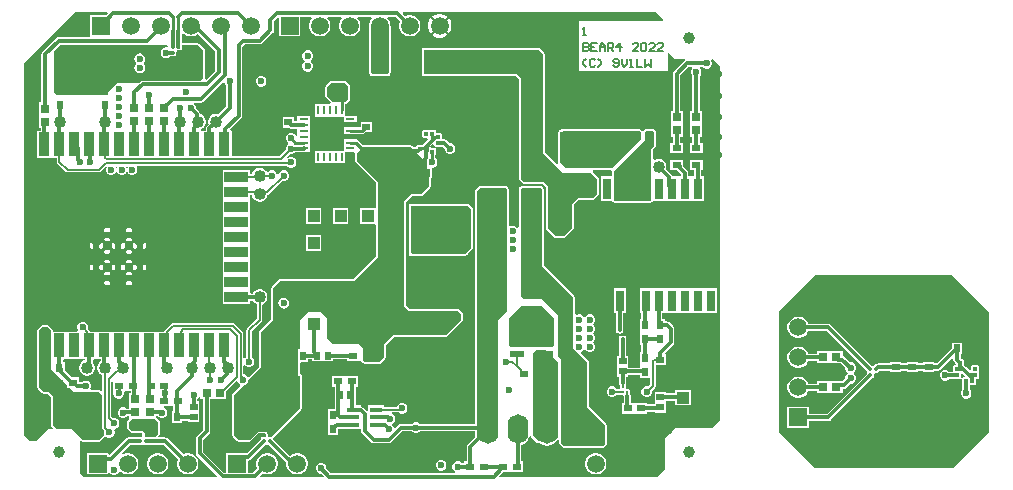
<source format=gtl>
G04*
G04 #@! TF.GenerationSoftware,Altium Limited,Altium Designer,22.3.1 (43)*
G04*
G04 Layer_Physical_Order=1*
G04 Layer_Color=255*
%FSLAX25Y25*%
%MOIN*%
G70*
G04*
G04 #@! TF.SameCoordinates,D668225F-02C3-4EAC-AD72-9857121BA27B*
G04*
G04*
G04 #@! TF.FilePolarity,Positive*
G04*
G01*
G75*
%ADD14C,0.01000*%
%ADD15C,0.04000*%
%ADD16R,0.03150X0.02756*%
%ADD17R,0.02953X0.02362*%
%ADD18R,0.05512X0.08268*%
%ADD19R,0.02362X0.02520*%
G04:AMPARAMS|DCode=20|XSize=14.96mil|YSize=13.78mil|CornerRadius=0.62mil|HoleSize=0mil|Usage=FLASHONLY|Rotation=180.000|XOffset=0mil|YOffset=0mil|HoleType=Round|Shape=RoundedRectangle|*
%AMROUNDEDRECTD20*
21,1,0.01496,0.01254,0,0,180.0*
21,1,0.01372,0.01378,0,0,180.0*
1,1,0.00124,-0.00686,0.00627*
1,1,0.00124,0.00686,0.00627*
1,1,0.00124,0.00686,-0.00627*
1,1,0.00124,-0.00686,-0.00627*
%
%ADD20ROUNDEDRECTD20*%
%ADD21R,0.02520X0.02362*%
%ADD22R,0.01024X0.03110*%
%ADD23R,0.03110X0.01024*%
%ADD24R,0.03543X0.07874*%
%ADD25R,0.07874X0.03543*%
%ADD26R,0.05236X0.05236*%
%ADD27R,0.06693X0.03937*%
%ADD28R,0.02756X0.05118*%
%ADD29R,0.02362X0.02953*%
%ADD30R,0.03937X0.01772*%
%ADD31R,0.00906X0.01181*%
%ADD32R,0.02756X0.03150*%
%ADD33R,0.03976X0.03976*%
%ADD34R,0.06969X0.16024*%
%ADD35R,0.16024X0.06969*%
%ADD36R,0.04921X0.01968*%
%ADD37R,0.02756X0.02362*%
%ADD38R,0.04134X0.03937*%
%ADD39R,0.08661X0.04134*%
%ADD40C,0.00850*%
%ADD41R,0.02756X0.07087*%
G04:AMPARAMS|DCode=42|XSize=14.96mil|YSize=13.78mil|CornerRadius=0.62mil|HoleSize=0mil|Usage=FLASHONLY|Rotation=90.000|XOffset=0mil|YOffset=0mil|HoleType=Round|Shape=RoundedRectangle|*
%AMROUNDEDRECTD42*
21,1,0.01496,0.01254,0,0,90.0*
21,1,0.01372,0.01378,0,0,90.0*
1,1,0.00124,0.00627,0.00686*
1,1,0.00124,0.00627,-0.00686*
1,1,0.00124,-0.00627,-0.00686*
1,1,0.00124,-0.00627,0.00686*
%
%ADD42ROUNDEDRECTD42*%
%ADD43R,0.01181X0.00906*%
%ADD44R,0.07165X0.03386*%
%ADD45R,0.05512X0.05118*%
%ADD46R,0.04961X0.10709*%
%ADD47R,0.00984X0.00787*%
%ADD48R,0.03150X0.02165*%
%ADD49R,0.04724X0.01181*%
%ADD92C,0.03937*%
%ADD93C,0.00600*%
%ADD94C,0.01200*%
%ADD95C,0.00800*%
%ADD96C,0.01250*%
%ADD97O,0.06890X0.09843*%
%ADD98C,0.05906*%
%ADD99R,0.05906X0.05906*%
%ADD100C,0.02362*%
%ADD101R,0.05906X0.05906*%
G36*
X296438Y275062D02*
X296247Y274600D01*
X268400D01*
Y257900D01*
X298100D01*
Y263747D01*
X298562Y263938D01*
X300500Y262000D01*
X303685D01*
X303837Y261500D01*
X303635Y261365D01*
X300165Y257896D01*
X299900Y257499D01*
X299807Y257030D01*
Y244739D01*
X299053D01*
Y240390D01*
Y236059D01*
X299777D01*
Y234037D01*
X298825D01*
Y230672D01*
X303175D01*
Y234037D01*
X302223D01*
Y236059D01*
X303008D01*
Y240390D01*
Y244739D01*
X302254D01*
Y256524D01*
X305007Y259277D01*
X306050D01*
X306258Y258776D01*
X305990Y258509D01*
X305719Y257854D01*
Y257146D01*
X305990Y256491D01*
X306276Y256205D01*
Y244675D01*
X305522D01*
Y240325D01*
Y235995D01*
X306276D01*
Y234037D01*
X305325D01*
Y230672D01*
X309675D01*
Y234037D01*
X308723D01*
Y235995D01*
X309478D01*
Y240325D01*
Y244675D01*
X308723D01*
Y256205D01*
X309010Y256491D01*
X309281Y257146D01*
Y257854D01*
X309010Y258509D01*
X308742Y258776D01*
X308949Y259277D01*
X309705D01*
X309991Y258990D01*
X310646Y258719D01*
X311354D01*
X312009Y258990D01*
X312510Y259491D01*
X312781Y260146D01*
Y260854D01*
X312591Y261313D01*
X312825Y261786D01*
X312876Y261831D01*
X313134Y261866D01*
X315500Y259500D01*
Y141500D01*
X313000Y139000D01*
X300500D01*
X297000Y135500D01*
Y125000D01*
X294500Y122500D01*
X242120D01*
X241929Y122962D01*
X243185Y124219D01*
X245187D01*
X245313Y124219D01*
X245687D01*
X245813Y124219D01*
X249840D01*
Y127781D01*
X249223D01*
Y133152D01*
X250040Y133490D01*
X250885Y134139D01*
X251533Y134984D01*
X251941Y135968D01*
X251962Y136131D01*
X252476Y136198D01*
X252541Y136041D01*
X254541Y134041D01*
X255000Y133851D01*
X255333D01*
X255803Y133490D01*
X256787Y133083D01*
X257842Y132944D01*
X258898Y133083D01*
X259882Y133490D01*
X260727Y134139D01*
X261288Y134870D01*
X261389Y134970D01*
X261851Y134779D01*
Y134000D01*
X262041Y133541D01*
X263041Y132541D01*
X263500Y132351D01*
X276500D01*
X276959Y132541D01*
X277459Y133041D01*
X277649Y133500D01*
Y140000D01*
X277553Y140233D01*
Y140553D01*
X277366D01*
X271649Y146269D01*
Y161000D01*
X271459Y161459D01*
X269128Y163791D01*
X269245Y164381D01*
X269509Y164490D01*
X269967Y164948D01*
X270250Y164971D01*
X270533Y164948D01*
X270991Y164490D01*
X271646Y164219D01*
X272354D01*
X273009Y164490D01*
X273510Y164991D01*
X273781Y165646D01*
Y166354D01*
X273510Y167009D01*
X273019Y167500D01*
X273510Y167991D01*
X273781Y168646D01*
Y169354D01*
X273510Y170009D01*
X273019Y170500D01*
X273510Y170991D01*
X273781Y171646D01*
Y172354D01*
X273510Y173009D01*
X273019Y173500D01*
X273510Y173991D01*
X273781Y174646D01*
Y175354D01*
X273510Y176009D01*
X273009Y176510D01*
X272354Y176781D01*
X271646D01*
X270991Y176510D01*
X270533Y176052D01*
X270250Y176029D01*
X269967Y176052D01*
X269509Y176510D01*
X268854Y176781D01*
X268146D01*
X267649Y176576D01*
X267149Y176822D01*
Y182500D01*
X266959Y182959D01*
X256683Y193236D01*
Y193387D01*
X256649D01*
Y218500D01*
X256459Y218959D01*
X256447Y218972D01*
Y219088D01*
X256330D01*
X255959Y219459D01*
X255500Y219649D01*
X249500D01*
X249041Y219459D01*
X248670Y219088D01*
X248553D01*
Y218972D01*
X248541Y218959D01*
X248351Y218500D01*
Y217000D01*
Y205875D01*
X247851Y205668D01*
X247509Y206010D01*
X246854Y206281D01*
X246146D01*
X245649Y206076D01*
X245149Y206322D01*
Y218500D01*
X244959Y218959D01*
X244459Y219459D01*
X244000Y219649D01*
X235500D01*
X235041Y219459D01*
X234041Y218459D01*
X233851Y218000D01*
Y140224D01*
X215295D01*
X215009Y140510D01*
X214354Y140781D01*
X213646D01*
X212991Y140510D01*
X212705Y140224D01*
X209000D01*
X208532Y140130D01*
X208135Y139865D01*
X207243Y138973D01*
X206674Y139112D01*
X206510Y139509D01*
X206199Y139820D01*
X206283Y140396D01*
X206509Y140490D01*
X207010Y140991D01*
X207281Y141646D01*
Y142354D01*
X207010Y143009D01*
X206509Y143510D01*
X206191Y143641D01*
X206291Y144141D01*
X208340D01*
X208491Y143990D01*
X209146Y143719D01*
X209854D01*
X210509Y143990D01*
X211010Y144491D01*
X211281Y145146D01*
Y145854D01*
X211010Y146509D01*
X210509Y147010D01*
X209854Y147281D01*
X209146D01*
X208491Y147010D01*
X207990Y146509D01*
X207770Y145977D01*
X203309D01*
Y146545D01*
X198172D01*
Y144766D01*
X197672Y144559D01*
X196592Y145638D01*
X196195Y145904D01*
X195828Y145976D01*
Y146545D01*
X193987D01*
Y148140D01*
X194013D01*
Y151860D01*
X193987D01*
Y152719D01*
X194840D01*
Y156281D01*
X190687D01*
Y156281D01*
X190313D01*
Y156281D01*
X186160D01*
Y152719D01*
X187013D01*
Y151860D01*
X186987D01*
Y148140D01*
X187013D01*
Y145340D01*
X184719D01*
Y141187D01*
X184719Y141187D01*
Y140813D01*
X184719D01*
X184719Y140687D01*
Y136660D01*
X188281D01*
Y138717D01*
X190691D01*
Y138455D01*
X195776D01*
Y138000D01*
X195870Y137532D01*
X196135Y137135D01*
X199135Y134135D01*
X199532Y133870D01*
X200000Y133776D01*
X205000D01*
X205468Y133870D01*
X205865Y134135D01*
X209507Y137777D01*
X212705D01*
X212991Y137490D01*
X213646Y137219D01*
X214354D01*
X215009Y137490D01*
X215295Y137777D01*
X233851D01*
Y136000D01*
X233873Y135946D01*
X231371Y133444D01*
X231106Y133047D01*
X231013Y132579D01*
Y127781D01*
X230160D01*
Y127224D01*
X229295D01*
X229009Y127510D01*
X228354Y127781D01*
X227646D01*
X226991Y127510D01*
X226490Y127009D01*
X226219Y126354D01*
Y125646D01*
X226490Y124991D01*
X226991Y124490D01*
X227064Y124460D01*
X226965Y123960D01*
X185770D01*
X184281Y125449D01*
Y125854D01*
X184010Y126509D01*
X183509Y127010D01*
X182854Y127281D01*
X182146D01*
X181491Y127010D01*
X180990Y126509D01*
X180719Y125854D01*
Y125146D01*
X180990Y124491D01*
X181491Y123990D01*
X182146Y123719D01*
X182551D01*
X183308Y122962D01*
X183116Y122500D01*
X162384D01*
X162192Y122962D01*
X162996Y123766D01*
X163129Y123689D01*
X164032Y123447D01*
X164968D01*
X165871Y123689D01*
X166681Y124157D01*
X167343Y124819D01*
X167811Y125629D01*
X168053Y126532D01*
Y127468D01*
X167811Y128371D01*
X167343Y129181D01*
X166681Y129843D01*
X165871Y130311D01*
X164968Y130553D01*
X164032D01*
X163129Y130311D01*
X162319Y129843D01*
X161657Y129181D01*
X161189Y128371D01*
X160947Y127468D01*
Y126532D01*
X161189Y125629D01*
X161266Y125496D01*
X159841Y124071D01*
X158053D01*
Y128072D01*
X158256D01*
X158724Y128165D01*
X159121Y128430D01*
X164056Y133365D01*
X164945D01*
X170744Y127565D01*
X170947Y127429D01*
Y126532D01*
X171189Y125629D01*
X171657Y124819D01*
X172319Y124157D01*
X173129Y123689D01*
X174032Y123447D01*
X174968D01*
X175871Y123689D01*
X176681Y124157D01*
X177343Y124819D01*
X177811Y125629D01*
X178053Y126532D01*
Y127468D01*
X177811Y128371D01*
X177343Y129181D01*
X176681Y129843D01*
X175871Y130311D01*
X174968Y130553D01*
X174032D01*
X173129Y130311D01*
X172319Y129843D01*
X172123Y129647D01*
X166537Y135233D01*
Y135619D01*
X175959Y145041D01*
X176149Y145500D01*
Y156396D01*
X175959Y156855D01*
X175500Y157045D01*
X175368D01*
Y160549D01*
X175647Y160924D01*
X178281D01*
Y161776D01*
X179487D01*
Y161140D01*
X186513D01*
Y161776D01*
X191160D01*
Y161219D01*
X195313D01*
Y161219D01*
X195687D01*
X196092Y160989D01*
X196541Y160541D01*
X197000Y160351D01*
X202000D01*
X202459Y160541D01*
X203959Y162041D01*
X204149Y162500D01*
Y166731D01*
X206769Y169351D01*
X224000D01*
X224459Y169541D01*
X229459Y174541D01*
X229649Y175000D01*
Y177000D01*
X229459Y177459D01*
X228459Y178459D01*
X228360Y178500D01*
Y178549D01*
X228243D01*
X228000Y178649D01*
X211769D01*
X210649Y179769D01*
Y214231D01*
X212769Y216351D01*
X216000D01*
X216459Y216541D01*
X218959Y219041D01*
X219149Y219500D01*
Y222140D01*
X219549D01*
Y225719D01*
X219854D01*
X220509Y225990D01*
X221010Y226491D01*
X221281Y227146D01*
Y227854D01*
X221010Y228509D01*
X220621Y228897D01*
Y229844D01*
X220663Y229872D01*
X220810Y230091D01*
X220861Y230349D01*
Y231603D01*
X220810Y231862D01*
X220663Y232081D01*
X220444Y232227D01*
X220186Y232278D01*
X219155D01*
X218948Y232778D01*
X219717Y233548D01*
X219887Y233477D01*
X220178Y233302D01*
X220218Y233103D01*
X220364Y232884D01*
X220583Y232738D01*
X220842Y232686D01*
X221602D01*
X221607Y232685D01*
X223084D01*
X223719Y232051D01*
Y231646D01*
X223990Y230991D01*
X224491Y230490D01*
X225146Y230219D01*
X225854D01*
X226509Y230490D01*
X227010Y230991D01*
X227281Y231646D01*
Y232354D01*
X227010Y233009D01*
X226509Y233510D01*
X225854Y233781D01*
X225449D01*
X224457Y234774D01*
X224060Y235039D01*
X223591Y235132D01*
X223051D01*
X222889Y235330D01*
Y236584D01*
X222837Y236842D01*
X222691Y237061D01*
X222472Y237207D01*
X222214Y237259D01*
X220861D01*
Y237627D01*
X220810Y237885D01*
X220663Y238104D01*
X220444Y238251D01*
X220186Y238302D01*
X218814D01*
X218556Y238251D01*
X218516Y238224D01*
X218476Y238251D01*
X218217Y238302D01*
X216845D01*
X216587Y238251D01*
X216368Y238104D01*
X216222Y237885D01*
X216171Y237627D01*
Y236373D01*
X216222Y236115D01*
X216368Y235896D01*
X216587Y235749D01*
X216845Y235698D01*
X217877D01*
X218084Y235198D01*
X216207Y233321D01*
X216194D01*
X216190Y233322D01*
X214818D01*
X214560Y233270D01*
X214341Y233124D01*
X214194Y232905D01*
X214143Y232647D01*
Y232491D01*
X213427D01*
X212959Y232959D01*
X212860Y233000D01*
Y233049D01*
X212743D01*
X212500Y233149D01*
X196500D01*
X196455Y233131D01*
X194758Y234828D01*
X194411Y235060D01*
Y235159D01*
X192305D01*
X192256Y235169D01*
X192207Y235159D01*
X190101D01*
Y231399D01*
X180435D01*
Y227089D01*
X190533D01*
Y230967D01*
X193503D01*
X193851Y230500D01*
Y228000D01*
X194041Y227541D01*
X200851Y220731D01*
Y212499D01*
X200608Y212100D01*
X200350Y212100D01*
X195431D01*
Y206924D01*
X200350D01*
X200608Y206924D01*
X200851Y206524D01*
Y196269D01*
X193231Y188649D01*
X169000D01*
X168541Y188459D01*
X166041Y185959D01*
X165851Y185500D01*
Y175269D01*
X162041Y171459D01*
X161851Y171000D01*
Y159269D01*
X158494Y155913D01*
X158010Y156009D01*
X157509Y156510D01*
X156854Y156781D01*
X156618D01*
Y159683D01*
X157118Y159863D01*
X157491Y159490D01*
X158146Y159219D01*
X158854D01*
X159509Y159490D01*
X160010Y159991D01*
X160281Y160646D01*
Y161354D01*
X160010Y162009D01*
X159509Y162510D01*
X159418Y162548D01*
Y171120D01*
X162649Y174351D01*
X162848Y174649D01*
X162918Y175000D01*
Y180054D01*
X163004Y180077D01*
X163596Y180420D01*
X164081Y180904D01*
X164423Y181496D01*
X164600Y182158D01*
Y182842D01*
X164423Y183504D01*
X164081Y184096D01*
X163596Y184581D01*
X163004Y184923D01*
X162342Y185100D01*
X161658D01*
X160996Y184923D01*
X160404Y184581D01*
X159920Y184096D01*
X159704Y183723D01*
X159119D01*
X158765Y184077D01*
X158765Y185000D01*
X158765Y185372D01*
Y189628D01*
X158765Y190000D01*
X158765Y190372D01*
Y194628D01*
X158765Y195000D01*
X158765Y195372D01*
Y199628D01*
X158765Y200000D01*
X158765Y200372D01*
Y204628D01*
X158765Y205000D01*
X158765Y205372D01*
Y209628D01*
X158765Y210000D01*
X158765Y210372D01*
Y214628D01*
X158765Y215000D01*
X158765Y215372D01*
Y216582D01*
X159420D01*
X159577Y215996D01*
X159920Y215404D01*
X160404Y214919D01*
X160996Y214577D01*
X161658Y214400D01*
X162342D01*
X163004Y214577D01*
X163596Y214919D01*
X164081Y215404D01*
X164423Y215996D01*
X164581Y216588D01*
X164838Y216639D01*
X165136Y216838D01*
X169554Y221257D01*
X169646Y221219D01*
X170354D01*
X171009Y221490D01*
X171510Y221991D01*
X171781Y222646D01*
Y223354D01*
X171510Y224009D01*
X171009Y224510D01*
X170354Y224781D01*
X169646D01*
X168991Y224510D01*
X168490Y224009D01*
X168250Y223429D01*
X168145Y223413D01*
X167855D01*
X167750Y223429D01*
X167510Y224009D01*
X167009Y224510D01*
X166354Y224781D01*
X165646D01*
X164991Y224510D01*
X164812Y224330D01*
X164187Y224413D01*
X164081Y224596D01*
X163596Y225080D01*
X163004Y225423D01*
X162342Y225600D01*
X161658D01*
X160996Y225423D01*
X160404Y225080D01*
X159920Y224596D01*
X159577Y224004D01*
X159420Y223418D01*
X158765D01*
Y224872D01*
X149691D01*
Y220372D01*
X149691Y220000D01*
X149691Y219628D01*
Y215372D01*
X149691Y215000D01*
X149691Y214628D01*
Y210372D01*
X149691Y210000D01*
X149691Y209628D01*
Y205372D01*
X149691Y205000D01*
X149691Y204628D01*
Y200372D01*
X149691Y200000D01*
X149691Y199628D01*
Y195372D01*
X149691Y195000D01*
X149691Y194628D01*
Y190372D01*
X149691Y190000D01*
X149691Y189628D01*
Y185372D01*
X149691Y185000D01*
X149691Y184628D01*
Y180128D01*
X158765D01*
Y181277D01*
X159704D01*
X159920Y180904D01*
X160404Y180420D01*
X160996Y180077D01*
X161082Y180054D01*
Y175380D01*
X157851Y172149D01*
X157652Y171851D01*
X157582Y171500D01*
Y162548D01*
X157491Y162510D01*
X157118Y162136D01*
X156618Y162317D01*
Y170300D01*
X156548Y170651D01*
X156349Y170949D01*
X153649Y173649D01*
X153351Y173848D01*
X153000Y173918D01*
X133000D01*
X132649Y173848D01*
X132351Y173649D01*
X130372Y171670D01*
X130173Y171372D01*
X130114Y171072D01*
X127920D01*
Y171072D01*
X127663D01*
Y171072D01*
X122920D01*
Y171072D01*
X122663D01*
Y171072D01*
X117920D01*
Y171072D01*
X117663D01*
Y171072D01*
X112920D01*
Y171072D01*
X112663D01*
Y171072D01*
X108163D01*
X107791Y171072D01*
X107420Y171072D01*
X105386D01*
X105327Y171372D01*
X105128Y171670D01*
X104743Y172054D01*
X104781Y172146D01*
Y172854D01*
X104510Y173509D01*
X104009Y174010D01*
X103354Y174281D01*
X102646D01*
X101991Y174010D01*
X101490Y173509D01*
X101219Y172854D01*
Y172146D01*
X101456Y171572D01*
X101255Y171072D01*
X97791Y171072D01*
X97420Y171072D01*
X93149D01*
Y171500D01*
X92959Y171959D01*
X91959Y172959D01*
X91500Y173149D01*
X89500D01*
X89041Y172959D01*
X88041Y171959D01*
X87851Y171500D01*
Y152500D01*
X87951Y152257D01*
Y152140D01*
X88000D01*
X88041Y152041D01*
X89541Y150541D01*
X90000Y150351D01*
X91231D01*
X92351Y149231D01*
Y140000D01*
X92541Y139541D01*
X93120Y138962D01*
X92928Y138500D01*
X91500D01*
X87500Y134500D01*
X85500D01*
X83500Y136500D01*
Y239000D01*
D01*
Y260500D01*
X100500Y277500D01*
X111116D01*
X111308Y277038D01*
X110822Y276553D01*
X105447D01*
Y269447D01*
X105040Y269223D01*
X95000D01*
X94532Y269130D01*
X94135Y268865D01*
X89623Y264353D01*
X89358Y263956D01*
X89265Y263488D01*
Y247504D01*
X88510D01*
Y243154D01*
Y238823D01*
X89068D01*
Y238002D01*
X87920D01*
Y228928D01*
X92663D01*
Y228927D01*
X92920D01*
Y228928D01*
X94374D01*
Y227709D01*
X94444Y227358D01*
X94643Y227060D01*
X95702Y226000D01*
X97351Y224351D01*
X97649Y224152D01*
X97707Y224141D01*
X98000Y224082D01*
X108500D01*
X108851Y224152D01*
X109149Y224351D01*
X110257Y225459D01*
X110798Y226000D01*
X110986D01*
X110719Y225354D01*
Y225214D01*
D01*
Y224646D01*
X110990Y223991D01*
X111491Y223490D01*
X112146Y223219D01*
X112854D01*
X113509Y223490D01*
X114010Y223991D01*
X114250Y224571D01*
X114490Y223991D01*
X114533Y223948D01*
D01*
X114991Y223490D01*
X115646Y223219D01*
X116354D01*
X117009Y223490D01*
X117510Y223991D01*
X117750Y224571D01*
X117990Y223991D01*
X118033Y223948D01*
D01*
X118491Y223490D01*
X119146Y223219D01*
X119854D01*
X120509Y223490D01*
X121010Y223991D01*
X121281Y224646D01*
Y225354D01*
X121155Y225658D01*
X121062Y225882D01*
D01*
X121014Y226000D01*
X121116D01*
X121290Y226382D01*
X171099D01*
X171491Y225990D01*
X172146Y225719D01*
X172854D01*
X173509Y225990D01*
X174010Y226491D01*
X174281Y227146D01*
Y227854D01*
X174010Y228509D01*
X173509Y229010D01*
X172854Y229281D01*
X172146D01*
X171491Y229010D01*
X171178Y229380D01*
X172054Y230257D01*
X172146Y230219D01*
X172854D01*
X173509Y230490D01*
X173795Y230777D01*
X176665D01*
X177134Y230870D01*
X177279Y230967D01*
X178899D01*
Y234904D01*
Y238841D01*
Y243033D01*
X174589D01*
Y241176D01*
X173360D01*
Y242549D01*
X169640D01*
Y238987D01*
X171680D01*
X171925Y238822D01*
X172394Y238729D01*
X174589D01*
Y236418D01*
X174089Y236318D01*
X174010Y236509D01*
X173509Y237010D01*
X172854Y237281D01*
X172146D01*
X171491Y237010D01*
X170990Y236509D01*
X170719Y235854D01*
Y235146D01*
X170990Y234491D01*
X171448Y234033D01*
X171471Y233750D01*
X171448Y233467D01*
X170990Y233009D01*
X170719Y232354D01*
Y231646D01*
X170757Y231554D01*
X168620Y229418D01*
X152663D01*
Y238002D01*
X152385D01*
X152194Y238463D01*
X155865Y242135D01*
X156130Y242532D01*
X156223Y243000D01*
Y265993D01*
X157007Y266776D01*
X162000D01*
X162468Y266870D01*
X162865Y267135D01*
X166365Y270635D01*
X166630Y271032D01*
X166724Y271500D01*
Y274493D01*
X167947Y275717D01*
X168447Y275510D01*
Y269447D01*
X175553D01*
Y275929D01*
X179198D01*
X179405Y275429D01*
X179157Y275181D01*
X178689Y274371D01*
X178447Y273468D01*
Y272532D01*
X178689Y271629D01*
X179157Y270819D01*
X179819Y270157D01*
X180629Y269689D01*
X181532Y269447D01*
X182468D01*
X183371Y269689D01*
X184181Y270157D01*
X184843Y270819D01*
X185311Y271629D01*
X185553Y272532D01*
Y273468D01*
X185311Y274371D01*
X184843Y275181D01*
X184595Y275429D01*
X184802Y275929D01*
X189198D01*
X189405Y275429D01*
X189157Y275181D01*
X188689Y274371D01*
X188447Y273468D01*
Y272532D01*
X188689Y271629D01*
X189157Y270819D01*
X189819Y270157D01*
X190629Y269689D01*
X191532Y269447D01*
X192468D01*
X193371Y269689D01*
X194181Y270157D01*
X194843Y270819D01*
X195311Y271629D01*
X195553Y272532D01*
Y273468D01*
X195311Y274371D01*
X194843Y275181D01*
X194595Y275429D01*
X194802Y275929D01*
X199198D01*
X199405Y275429D01*
X199157Y275181D01*
X198689Y274371D01*
X198447Y273468D01*
Y272733D01*
X198351Y272500D01*
Y271500D01*
Y257500D01*
X198541Y257041D01*
X198821Y256760D01*
Y256266D01*
X205533D01*
Y257219D01*
X205649Y257500D01*
Y273000D01*
X205553Y273233D01*
Y273468D01*
X205311Y274371D01*
X204843Y275181D01*
X204595Y275429D01*
X204802Y275929D01*
X207341D01*
X208766Y274504D01*
X208689Y274371D01*
X208447Y273468D01*
Y272532D01*
X208689Y271629D01*
X209157Y270819D01*
X209819Y270157D01*
X210629Y269689D01*
X211532Y269447D01*
X212468D01*
X213371Y269689D01*
X214181Y270157D01*
X214843Y270819D01*
X215311Y271629D01*
X215553Y272532D01*
Y273468D01*
X215311Y274371D01*
X214843Y275181D01*
X214181Y275843D01*
X213371Y276311D01*
X212468Y276553D01*
X211532D01*
X210629Y276311D01*
X210496Y276234D01*
X209692Y277038D01*
X209884Y277500D01*
X294000D01*
X296438Y275062D01*
D02*
G37*
G36*
X147276Y264493D02*
Y258007D01*
X144234Y254964D01*
X143965Y255001D01*
X143649Y255500D01*
Y265000D01*
X143459Y265459D01*
X141959Y266959D01*
X141500Y267149D01*
X136176D01*
Y270146D01*
X136638Y270337D01*
X136819Y270157D01*
X137629Y269689D01*
X138532Y269447D01*
X139468D01*
X140371Y269689D01*
X141181Y270157D01*
X141397Y270373D01*
X147276Y264493D01*
D02*
G37*
G36*
X143000Y265000D02*
Y255500D01*
X142224Y254724D01*
X123000D01*
X122532Y254630D01*
X122135Y254365D01*
X121770Y254000D01*
X114500D01*
X110500Y250000D01*
X94500D01*
X93500Y251000D01*
Y264500D01*
X95500Y266500D01*
X131282D01*
X131465Y266108D01*
X131138Y265745D01*
X130781Y265816D01*
X130086Y265678D01*
X129497Y265284D01*
X129103Y264695D01*
X128965Y264000D01*
X129103Y263305D01*
X129497Y262716D01*
X130086Y262322D01*
X130781Y262184D01*
X131476Y262322D01*
X132065Y262716D01*
X132142Y262832D01*
X133016D01*
X133182Y262865D01*
X134069D01*
Y263471D01*
X134146Y263587D01*
X134239Y264055D01*
X134200Y264254D01*
X134533Y264734D01*
X134571Y264754D01*
X134945D01*
X134953Y264753D01*
X134960Y264754D01*
X136037D01*
Y265439D01*
X136083Y265508D01*
X136176Y265976D01*
Y266500D01*
X141500D01*
X143000Y265000D01*
D02*
G37*
G36*
X205000Y273000D02*
Y257500D01*
X204500Y257000D01*
X199500D01*
X199000Y257500D01*
Y271500D01*
Y272500D01*
X201500Y275000D01*
X203000D01*
X205000Y273000D01*
D02*
G37*
G36*
X150326Y253888D02*
X150490Y253491D01*
X150777Y253205D01*
Y246007D01*
X148258Y243489D01*
X147842Y243600D01*
X147158D01*
X146496Y243423D01*
X145904Y243080D01*
X145420Y242596D01*
X145077Y242004D01*
X144900Y241342D01*
Y240658D01*
X145011Y240242D01*
X144426Y239656D01*
X144161Y239260D01*
X144068Y238791D01*
Y238002D01*
X142920D01*
Y238002D01*
X142663D01*
X142542Y238070D01*
X142522Y238337D01*
X142580Y238621D01*
X143096Y238919D01*
X143580Y239404D01*
X143923Y239996D01*
X144100Y240658D01*
Y241342D01*
X143923Y242004D01*
X143580Y242596D01*
X143096Y243080D01*
X142504Y243423D01*
X142266Y243486D01*
X142180Y243919D01*
X141915Y244316D01*
X140781Y245449D01*
Y245854D01*
X140510Y246509D01*
X140123Y246895D01*
X140286Y247395D01*
X142619D01*
X143087Y247488D01*
X143484Y247754D01*
X149757Y254027D01*
X150326Y253888D01*
D02*
G37*
G36*
X108120Y225918D02*
X106334D01*
X106509Y225990D01*
X106519Y226000D01*
X108202D01*
X108120Y225918D01*
D02*
G37*
G36*
X104491Y225990D02*
X104666Y225918D01*
X102834D01*
X103009Y225990D01*
X103019Y226000D01*
X104481D01*
X104491Y225990D01*
D02*
G37*
G36*
X100991D02*
X101166Y225918D01*
X98380D01*
X98298Y226000D01*
X100981D01*
X100991Y225990D01*
D02*
G37*
G36*
X117750Y225429D02*
X117514Y226000D01*
X117986D01*
X117750Y225429D01*
D02*
G37*
G36*
X114250D02*
X114014Y226000D01*
X114486D01*
X114250Y225429D01*
D02*
G37*
G36*
X260000Y175500D02*
Y166500D01*
X259500Y166000D01*
X245500D01*
X245000Y166500D01*
Y175500D01*
X249000Y179500D01*
X256000D01*
X260000Y175500D01*
D02*
G37*
G36*
X109068Y161175D02*
X108904Y161081D01*
X108420Y160596D01*
X108077Y160004D01*
X107900Y159342D01*
Y158658D01*
X108077Y157996D01*
X108420Y157404D01*
X108904Y156920D01*
X109496Y156577D01*
X109582Y156554D01*
Y151489D01*
X109120Y151298D01*
X108959Y151459D01*
X108500Y151649D01*
X105822D01*
X105576Y152149D01*
X105781Y152646D01*
Y153354D01*
X105510Y154009D01*
X105009Y154510D01*
X104354Y154781D01*
X103646D01*
X102991Y154510D01*
X102705Y154224D01*
X101840D01*
Y155781D01*
X99449D01*
X98961Y156270D01*
X98778Y156543D01*
X98075Y157246D01*
X97801Y157429D01*
X97072Y158158D01*
Y158419D01*
X97049Y158537D01*
Y160860D01*
X96515D01*
Y161645D01*
X96868Y161998D01*
X97791Y161998D01*
X98163Y161998D01*
X102663D01*
Y161998D01*
X102920D01*
Y161998D01*
X103713D01*
X103779Y161498D01*
X103496Y161423D01*
X102904Y161081D01*
X102419Y160596D01*
X102077Y160004D01*
X101900Y159342D01*
Y158658D01*
X102077Y157996D01*
X102419Y157404D01*
X102904Y156920D01*
X103496Y156577D01*
X104158Y156400D01*
X104842D01*
X105504Y156577D01*
X106096Y156920D01*
X106580Y157404D01*
X106923Y157996D01*
X107100Y158658D01*
Y159342D01*
X106923Y160004D01*
X106580Y160596D01*
X106515Y160662D01*
Y161645D01*
X106868Y161998D01*
X107791Y161998D01*
X108163Y161998D01*
X109068D01*
Y161175D01*
D02*
G37*
G36*
X217500Y227500D02*
Y225500D01*
X218500Y224500D01*
Y219500D01*
X216000Y217000D01*
X212500D01*
X210000Y214500D01*
Y179500D01*
X211500Y178000D01*
X228000D01*
X229000Y177000D01*
Y175000D01*
X224000Y170000D01*
X206500D01*
X203500Y167000D01*
Y162500D01*
X202000Y161000D01*
X197000D01*
X196500Y161500D01*
Y165500D01*
X195000Y167000D01*
X186500D01*
X184500Y169000D01*
Y175500D01*
X182500Y177500D01*
X178000D01*
X175500Y175000D01*
Y165076D01*
X174719D01*
Y160924D01*
X174719D01*
Y160549D01*
X174719D01*
Y156396D01*
X175500D01*
Y145500D01*
X165746Y135746D01*
X165650D01*
X165484Y135779D01*
X165319Y135746D01*
X165071D01*
X165033Y135766D01*
X164700Y136246D01*
X164739Y136445D01*
X164646Y136913D01*
X164568Y137029D01*
Y137635D01*
X163681D01*
X163516Y137668D01*
X161945D01*
X161477Y137575D01*
X161080Y137310D01*
X158770Y135000D01*
X155000D01*
X153500Y136500D01*
X153500Y150000D01*
X156730Y153230D01*
X157195Y153322D01*
X157784Y153716D01*
X158178Y154305D01*
X158270Y154770D01*
X162500Y159000D01*
Y171000D01*
X166500Y175000D01*
Y185500D01*
X169000Y188000D01*
X193500D01*
X201500Y196000D01*
Y221000D01*
X194500Y228000D01*
Y230500D01*
X196500Y232500D01*
X212500D01*
X217500Y227500D01*
D02*
G37*
G36*
X123522Y141995D02*
X127006D01*
X128000Y141000D01*
Y137000D01*
X127000Y136000D01*
X124500D01*
X123984Y136516D01*
Y136965D01*
X122949Y138000D01*
X119500D01*
X118500Y139000D01*
Y141000D01*
X119490Y141990D01*
X122483D01*
Y142000D01*
X123522D01*
Y141995D01*
D02*
G37*
G36*
X154845Y154341D02*
X154990Y153991D01*
X155491Y153490D01*
X155587Y153006D01*
X153041Y150459D01*
X152851Y150000D01*
X152850Y136500D01*
X153041Y136041D01*
X154541Y134541D01*
X155000Y134351D01*
X158770D01*
X159229Y134541D01*
X161494Y136806D01*
X161730Y136963D01*
X162009Y137019D01*
X163452D01*
X163555Y136998D01*
X163883Y136803D01*
X164060Y136361D01*
X164085Y136246D01*
X163926Y135953D01*
X163699Y135747D01*
X163694Y135746D01*
X163681D01*
X163516Y135779D01*
X163350Y135746D01*
X162463D01*
Y135233D01*
X157783Y130553D01*
X150947D01*
Y124071D01*
X150160D01*
X143224Y131007D01*
Y134500D01*
X143221Y134515D01*
Y134990D01*
X145200Y136969D01*
X145465Y137366D01*
X145558Y137835D01*
Y148522D01*
X150840D01*
Y151042D01*
X154257Y154459D01*
X154845Y154341D01*
D02*
G37*
G36*
X113160Y154129D02*
Y151219D01*
X113160D01*
X113289Y151025D01*
X113219Y150854D01*
Y150146D01*
X113490Y149491D01*
X113991Y148990D01*
X114646Y148719D01*
X115354D01*
X116009Y148990D01*
X116510Y149491D01*
X116781Y150146D01*
Y150820D01*
X117108Y151219D01*
X117687Y151219D01*
X117813Y151219D01*
X119068D01*
Y150670D01*
X118527D01*
Y145388D01*
X117631D01*
X117509Y145510D01*
X116854Y145781D01*
X116146D01*
X115491Y145510D01*
X114990Y145009D01*
X114719Y144354D01*
Y143646D01*
X114990Y142991D01*
X115491Y142490D01*
X116146Y142219D01*
X116854D01*
X117509Y142490D01*
X117960Y142941D01*
X118527D01*
Y141990D01*
X118527Y141990D01*
X118527D01*
X118219Y141637D01*
X118041Y141459D01*
X117851Y141000D01*
Y139000D01*
X118041Y138541D01*
X119041Y137541D01*
X119500Y137351D01*
X122680D01*
X122863Y137168D01*
Y136445D01*
X122902Y136246D01*
X122612Y135746D01*
X122181D01*
X122016Y135779D01*
X118422D01*
X117954Y135686D01*
X117557Y135420D01*
X112053Y129916D01*
X111553Y130123D01*
Y130553D01*
X104447D01*
Y123447D01*
X111553D01*
Y123775D01*
X111757Y123876D01*
X112053Y123928D01*
X112491Y123490D01*
X113146Y123219D01*
X113854D01*
X114509Y123490D01*
X115010Y123991D01*
X115088Y124180D01*
X115678Y124298D01*
X115819Y124157D01*
X116629Y123689D01*
X117532Y123447D01*
X118468D01*
X119371Y123689D01*
X120181Y124157D01*
X120843Y124819D01*
X121311Y125629D01*
X121553Y126532D01*
Y127468D01*
X121311Y128371D01*
X120843Y129181D01*
X120181Y129843D01*
X119371Y130311D01*
X118468Y130553D01*
X117532D01*
X116629Y130311D01*
X116597Y130292D01*
X116290Y130693D01*
X118929Y133332D01*
X122016D01*
X122181Y133365D01*
X123819D01*
X123984Y133332D01*
X129938D01*
X134766Y128504D01*
X134689Y128371D01*
X134447Y127468D01*
Y126532D01*
X134689Y125629D01*
X135157Y124819D01*
X135819Y124157D01*
X136629Y123689D01*
X137532Y123447D01*
X138468D01*
X139371Y123689D01*
X140181Y124157D01*
X140843Y124819D01*
X141311Y125629D01*
X141553Y126532D01*
Y127468D01*
X141311Y128371D01*
X140843Y129181D01*
X140181Y129843D01*
X139371Y130311D01*
X138468Y130553D01*
X137532D01*
X136629Y130311D01*
X136496Y130234D01*
X131310Y135420D01*
X130913Y135686D01*
X130445Y135779D01*
X128350D01*
X128159Y136241D01*
X128459Y136541D01*
X128649Y137000D01*
Y141000D01*
X128459Y141459D01*
X127478Y142440D01*
Y142946D01*
X128035D01*
X128491Y142490D01*
X129146Y142219D01*
X129854D01*
X130509Y142490D01*
X131010Y142991D01*
X131281Y143646D01*
Y144354D01*
X131010Y145009D01*
X130509Y145510D01*
X130004Y145719D01*
X130104Y146219D01*
X132187D01*
X132313Y146219D01*
X132687D01*
X132776Y146219D01*
X133276Y146132D01*
Y144576D01*
X132719D01*
Y140424D01*
X136281D01*
Y141312D01*
X138140D01*
Y140754D01*
X141860D01*
Y144219D01*
Y147781D01*
X141224D01*
Y148705D01*
X141510Y148991D01*
X141660Y149353D01*
X142160Y149253D01*
Y148522D01*
X143111D01*
Y138341D01*
X141132Y136362D01*
X140867Y135965D01*
X140773Y135497D01*
Y134503D01*
X140777Y134488D01*
Y130500D01*
X140870Y130032D01*
X141135Y129635D01*
X147808Y122962D01*
X147616Y122500D01*
X103500D01*
X102000Y124000D01*
Y131500D01*
Y133000D01*
Y134428D01*
X102462Y134620D01*
X102541Y134541D01*
X103000Y134351D01*
X108500D01*
X108959Y134541D01*
X110459Y136041D01*
X110793Y136107D01*
X110910Y135990D01*
X111565Y135719D01*
X112273D01*
X112928Y135990D01*
X113429Y136491D01*
X113700Y137146D01*
Y137854D01*
X113549Y138219D01*
X113854Y138719D01*
X114509Y138990D01*
X115010Y139491D01*
X115281Y140146D01*
Y140854D01*
X115010Y141509D01*
X114509Y142010D01*
X113854Y142281D01*
X113146D01*
X113054Y142243D01*
X112618Y142680D01*
Y154396D01*
X112660Y154420D01*
X113160Y154129D01*
D02*
G37*
G36*
X92500Y171500D02*
Y158500D01*
X93487Y157513D01*
Y157140D01*
X93860D01*
X97687Y153313D01*
Y152219D01*
X98781D01*
X100000Y151000D01*
X108500Y151000D01*
X109582Y149918D01*
Y139000D01*
X109652Y138649D01*
X109851Y138351D01*
X110000Y138202D01*
Y136500D01*
X108500Y135000D01*
X103000D01*
X99500Y138500D01*
X94500D01*
X93000Y140000D01*
Y149500D01*
X91500Y151000D01*
X90000D01*
X88500Y152500D01*
Y171500D01*
X89500Y172500D01*
X91500D01*
X92500Y171500D01*
D02*
G37*
G36*
X261500Y161000D02*
Y136000D01*
X260000Y134500D01*
X255000D01*
X253000Y136500D01*
Y164000D01*
X254000Y165000D01*
X257500D01*
X261500Y161000D01*
D02*
G37*
G36*
X244500Y218500D02*
Y178000D01*
X241500Y175000D01*
Y136000D01*
X240000Y134500D01*
X236000D01*
X234500Y136000D01*
Y218000D01*
X235500Y219000D01*
X244000D01*
X244500Y218500D01*
D02*
G37*
G36*
X256000D02*
Y193000D01*
X266500Y182500D01*
Y165500D01*
X266977Y165023D01*
X266990Y164991D01*
X267491Y164490D01*
X267523Y164477D01*
X269000Y163000D01*
X271000Y161000D01*
Y146000D01*
X277000Y140000D01*
Y133500D01*
X276500Y133000D01*
X263500D01*
X262500Y134000D01*
Y162000D01*
X261500Y163000D01*
Y176500D01*
X256000Y182000D01*
X250000D01*
X249000Y183000D01*
Y217000D01*
Y218500D01*
X249500Y219000D01*
X255500D01*
X256000Y218500D01*
D02*
G37*
G36*
X405000Y177500D02*
Y137500D01*
X393000Y125500D01*
X347000D01*
X335000Y137500D01*
Y178000D01*
X347000Y190000D01*
X392500D01*
X405000Y177500D01*
D02*
G37*
%LPC*%
G36*
X222520Y276953D02*
X221480D01*
X220474Y276683D01*
X219573Y276163D01*
X219417Y276007D01*
X222000Y273424D01*
X224583Y276007D01*
X224427Y276163D01*
X223526Y276683D01*
X222520Y276953D01*
D02*
G37*
G36*
X225007Y275583D02*
X222424Y273000D01*
X225007Y270417D01*
X225163Y270573D01*
X225683Y271474D01*
X225953Y272480D01*
Y273520D01*
X225683Y274526D01*
X225163Y275427D01*
X225007Y275583D01*
D02*
G37*
G36*
X218993D02*
X218837Y275427D01*
X218317Y274526D01*
X218047Y273520D01*
Y272480D01*
X218317Y271474D01*
X218837Y270573D01*
X218993Y270417D01*
X221576Y273000D01*
X218993Y275583D01*
D02*
G37*
G36*
X222000Y272576D02*
X219417Y269993D01*
X219573Y269837D01*
X220474Y269317D01*
X221480Y269047D01*
X222520D01*
X223526Y269317D01*
X224427Y269837D01*
X224583Y269993D01*
X222000Y272576D01*
D02*
G37*
G36*
X178354Y264781D02*
X177646D01*
X176991Y264510D01*
X176490Y264009D01*
X176219Y263354D01*
Y262646D01*
X176490Y261991D01*
X176948Y261533D01*
X176971Y261250D01*
X176948Y260967D01*
X176490Y260509D01*
X176219Y259854D01*
Y259146D01*
X176490Y258491D01*
X176991Y257990D01*
X177646Y257719D01*
X178354D01*
X179009Y257990D01*
X179510Y258491D01*
X179781Y259146D01*
Y259854D01*
X179510Y260509D01*
X179052Y260967D01*
X179029Y261250D01*
X179052Y261533D01*
X179510Y261991D01*
X179781Y262646D01*
Y263354D01*
X179510Y264009D01*
X179009Y264510D01*
X178354Y264781D01*
D02*
G37*
G36*
X162854Y256281D02*
X162146D01*
X161491Y256010D01*
X160990Y255509D01*
X160719Y254854D01*
Y254146D01*
X160990Y253491D01*
X161491Y252990D01*
X162146Y252719D01*
X162854D01*
X163509Y252990D01*
X164010Y253491D01*
X164281Y254146D01*
Y254854D01*
X164010Y255509D01*
X163509Y256010D01*
X162854Y256281D01*
D02*
G37*
G36*
X190500Y254649D02*
X186000D01*
X185541Y254459D01*
X184041Y252959D01*
X183851Y252500D01*
Y249500D01*
X184041Y249041D01*
X185670Y247411D01*
X185463Y246911D01*
X180435D01*
Y242601D01*
X190101D01*
Y240809D01*
X194411D01*
Y243033D01*
X190533D01*
Y244707D01*
X190543Y244756D01*
Y246868D01*
X190959Y247041D01*
X191959Y248041D01*
X192000Y248140D01*
X192049D01*
Y248257D01*
X192149Y248500D01*
Y253000D01*
X191959Y253459D01*
X190959Y254459D01*
X190500Y254649D01*
D02*
G37*
G36*
X199360Y241049D02*
X195640D01*
Y239106D01*
X192256D01*
X192207Y239096D01*
X190101D01*
Y236872D01*
X192207D01*
X192256Y236863D01*
X196154D01*
X196154Y236863D01*
X196584Y236948D01*
X196947Y237191D01*
X197243Y237487D01*
X199360D01*
Y241049D01*
D02*
G37*
G36*
X222856Y265734D02*
X216144D01*
Y256266D01*
X222856D01*
Y256351D01*
X247231D01*
X248351Y255231D01*
Y236500D01*
Y232000D01*
Y229500D01*
Y222000D01*
X248541Y221541D01*
X248553Y221528D01*
Y221431D01*
X248650D01*
X249541Y220541D01*
X250000Y220351D01*
X256231D01*
X257351Y219231D01*
Y205500D01*
X257541Y205041D01*
X260041Y202541D01*
X260500Y202351D01*
X263500D01*
X263959Y202541D01*
X266459Y205041D01*
X266649Y205500D01*
Y213231D01*
X268269Y214851D01*
X273000D01*
X273459Y215041D01*
X274959Y216541D01*
X275149Y217000D01*
Y222000D01*
X274959Y222459D01*
X273068Y224351D01*
X273222Y224851D01*
X279116D01*
X279351Y224500D01*
Y222844D01*
X275699D01*
Y214558D01*
X279534D01*
X279541Y214541D01*
X279891Y214190D01*
X280351Y214000D01*
X292149D01*
X292609Y214190D01*
X292655Y214236D01*
X293022Y214558D01*
X296978D01*
Y214558D01*
X297353D01*
Y214558D01*
X301184D01*
X301309Y214558D01*
X301683D01*
X301809Y214558D01*
X305514D01*
X305639Y214558D01*
X306014D01*
X306139Y214558D01*
X309970D01*
Y222844D01*
X309216D01*
Y224963D01*
X309675D01*
Y228328D01*
X305325D01*
Y224963D01*
X306769D01*
Y222844D01*
X306139D01*
X306014Y222844D01*
X305639D01*
X305514Y222844D01*
X304885D01*
Y223984D01*
X304792Y224452D01*
X304527Y224849D01*
X303195Y226181D01*
X303175Y226281D01*
Y228328D01*
X298825D01*
Y224963D01*
X301005D01*
X301110Y224806D01*
X302438Y223478D01*
Y222844D01*
X301809D01*
X301683Y222844D01*
X301309D01*
X301184Y222844D01*
X299697D01*
X299683Y222916D01*
X299418Y223312D01*
X297488Y225242D01*
X297600Y225658D01*
Y226342D01*
X297423Y227004D01*
X297080Y227596D01*
X296596Y228081D01*
X296004Y228423D01*
X295342Y228600D01*
X294658D01*
X293996Y228423D01*
X293649Y228222D01*
X293149Y228508D01*
Y231731D01*
X293959Y232541D01*
X294149Y233000D01*
Y237500D01*
X294005Y237847D01*
Y237978D01*
X293940D01*
X293459Y238459D01*
X293000Y238649D01*
X291000D01*
X290541Y238459D01*
X290059Y237978D01*
X289440D01*
X288959Y238459D01*
X288500Y238649D01*
X263000Y238649D01*
X262541Y238459D01*
X262363Y238281D01*
X261640D01*
Y237559D01*
X261541Y237459D01*
X261351Y237000D01*
Y227500D01*
X261541Y227041D01*
X261156Y226762D01*
X257149Y230769D01*
Y263500D01*
X256959Y263959D01*
X255459Y265459D01*
X255000Y265649D01*
X222856D01*
Y265734D01*
D02*
G37*
G36*
X191592Y212100D02*
X186416D01*
Y206924D01*
X191592D01*
Y212100D01*
D02*
G37*
G36*
X182576D02*
X177400D01*
Y206924D01*
X182576D01*
Y212100D01*
D02*
G37*
G36*
X118865Y205469D02*
X117997D01*
X117196Y205136D01*
X117101Y205042D01*
X118431Y203712D01*
X119761Y205042D01*
X119667Y205136D01*
X118865Y205469D01*
D02*
G37*
G36*
X111641D02*
X110773D01*
X109971Y205136D01*
X109877Y205042D01*
X111207Y203712D01*
X112537Y205042D01*
X112442Y205136D01*
X111641Y205469D01*
D02*
G37*
G36*
X116677Y204618D02*
X116582Y204523D01*
X116250Y203721D01*
Y202853D01*
X116582Y202052D01*
X116677Y201957D01*
X118007Y203287D01*
X116677Y204618D01*
D02*
G37*
G36*
X109452D02*
X109358Y204523D01*
X109026Y203721D01*
Y202853D01*
X109358Y202052D01*
X109452Y201957D01*
X110782Y203287D01*
X109452Y204618D01*
D02*
G37*
G36*
X120185D02*
X118855Y203287D01*
X120185Y201957D01*
X120280Y202052D01*
X120612Y202853D01*
Y203721D01*
X120280Y204523D01*
X120185Y204618D01*
D02*
G37*
G36*
X112961D02*
X111631Y203287D01*
X112961Y201957D01*
X113056Y202052D01*
X113388Y202853D01*
Y203721D01*
X113056Y204523D01*
X112961Y204618D01*
D02*
G37*
G36*
X118431Y202863D02*
X117101Y201533D01*
X117196Y201438D01*
X117997Y201106D01*
X118865D01*
X119667Y201438D01*
X119761Y201533D01*
X118431Y202863D01*
D02*
G37*
G36*
X111207D02*
X109877Y201533D01*
X109971Y201438D01*
X110773Y201106D01*
X111641D01*
X112442Y201438D01*
X112537Y201533D01*
X111207Y202863D01*
D02*
G37*
G36*
X122477Y201856D02*
X121609D01*
X120808Y201524D01*
X120713Y201430D01*
X122043Y200099D01*
X123373Y201430D01*
X123279Y201524D01*
X122477Y201856D01*
D02*
G37*
G36*
X115253D02*
X114385D01*
X113583Y201524D01*
X113489Y201430D01*
X114819Y200099D01*
X116149Y201430D01*
X116054Y201524D01*
X115253Y201856D01*
D02*
G37*
G36*
X108028D02*
X107161D01*
X106359Y201524D01*
X106264Y201430D01*
X107595Y200099D01*
X108925Y201430D01*
X108830Y201524D01*
X108028Y201856D01*
D02*
G37*
G36*
X120289Y201005D02*
X120194Y200911D01*
X119862Y200109D01*
Y199241D01*
X120194Y198440D01*
X120289Y198345D01*
X121619Y199675D01*
X120289Y201005D01*
D02*
G37*
G36*
X113065D02*
X112970Y200911D01*
X112638Y200109D01*
Y199241D01*
X112970Y198440D01*
X113065Y198345D01*
X114395Y199675D01*
X113065Y201005D01*
D02*
G37*
G36*
X105840D02*
X105745Y200911D01*
X105413Y200109D01*
Y199241D01*
X105745Y198440D01*
X105840Y198345D01*
X107170Y199675D01*
X105840Y201005D01*
D02*
G37*
G36*
X123798D02*
X122468Y199675D01*
X123798Y198345D01*
X123892Y198440D01*
X124224Y199241D01*
Y200109D01*
X123892Y200911D01*
X123798Y201005D01*
D02*
G37*
G36*
X116573D02*
X115243Y199675D01*
X116573Y198345D01*
X116668Y198440D01*
X117000Y199241D01*
Y200109D01*
X116668Y200911D01*
X116573Y201005D01*
D02*
G37*
G36*
X109349D02*
X108019Y199675D01*
X109349Y198345D01*
X109443Y198440D01*
X109776Y199241D01*
Y200109D01*
X109443Y200911D01*
X109349Y201005D01*
D02*
G37*
G36*
X182576Y203084D02*
X177400D01*
Y197908D01*
X182576D01*
Y203084D01*
D02*
G37*
G36*
X122043Y199251D02*
X120713Y197921D01*
X120808Y197826D01*
X121609Y197494D01*
X122477D01*
X123279Y197826D01*
X123373Y197921D01*
X122043Y199251D01*
D02*
G37*
G36*
X114819D02*
X113489Y197921D01*
X113583Y197826D01*
X114385Y197494D01*
X115253D01*
X116054Y197826D01*
X116149Y197921D01*
X114819Y199251D01*
D02*
G37*
G36*
X107595D02*
X106264Y197921D01*
X106359Y197826D01*
X107161Y197494D01*
X108028D01*
X108830Y197826D01*
X108925Y197921D01*
X107595Y199251D01*
D02*
G37*
G36*
X118865Y198244D02*
X117997D01*
X117196Y197912D01*
X117101Y197817D01*
X118431Y196487D01*
X119761Y197817D01*
X119667Y197912D01*
X118865Y198244D01*
D02*
G37*
G36*
X111641D02*
X110773D01*
X109971Y197912D01*
X109877Y197817D01*
X111207Y196487D01*
X112537Y197817D01*
X112442Y197912D01*
X111641Y198244D01*
D02*
G37*
G36*
X231500Y213649D02*
X212500D01*
X212371Y213596D01*
X211928D01*
Y213186D01*
X211851Y213000D01*
Y197500D01*
X211928Y197314D01*
Y196372D01*
X212947D01*
X213000Y196351D01*
X230500D01*
X230838Y196491D01*
X231356D01*
Y196937D01*
X232959Y198541D01*
X233149Y199000D01*
Y212000D01*
X232959Y212459D01*
X231959Y213459D01*
X231500Y213649D01*
D02*
G37*
G36*
X120185Y197393D02*
X118855Y196063D01*
X120185Y194733D01*
X120280Y194827D01*
X120612Y195629D01*
Y196497D01*
X120280Y197299D01*
X120185Y197393D01*
D02*
G37*
G36*
X112961D02*
X111631Y196063D01*
X112961Y194733D01*
X113056Y194827D01*
X113388Y195629D01*
Y196497D01*
X113056Y197299D01*
X112961Y197393D01*
D02*
G37*
G36*
X116677Y197393D02*
X116582Y197299D01*
X116250Y196497D01*
Y195629D01*
X116582Y194827D01*
X116677Y194733D01*
X118007Y196063D01*
X116677Y197393D01*
D02*
G37*
G36*
X109452D02*
X109358Y197299D01*
X109026Y196497D01*
Y195629D01*
X109358Y194827D01*
X109452Y194733D01*
X110782Y196063D01*
X109452Y197393D01*
D02*
G37*
G36*
X118431Y195639D02*
X117101Y194309D01*
X117196Y194214D01*
X117997Y193882D01*
X118865D01*
X119667Y194214D01*
X119761Y194309D01*
X118431Y195639D01*
D02*
G37*
G36*
X111207D02*
X109877Y194309D01*
X109971Y194214D01*
X110773Y193882D01*
X111641D01*
X112442Y194214D01*
X112537Y194309D01*
X111207Y195639D01*
D02*
G37*
G36*
X122477Y194632D02*
X121609D01*
X120808Y194300D01*
X120713Y194205D01*
X122043Y192875D01*
X123373Y194205D01*
X123279Y194300D01*
X122477Y194632D01*
D02*
G37*
G36*
X115253D02*
X114385D01*
X113583Y194300D01*
X113489Y194205D01*
X114819Y192875D01*
X116149Y194205D01*
X116054Y194300D01*
X115253Y194632D01*
D02*
G37*
G36*
X108028D02*
X107161D01*
X106359Y194300D01*
X106264Y194205D01*
X107595Y192875D01*
X108925Y194205D01*
X108830Y194300D01*
X108028Y194632D01*
D02*
G37*
G36*
X123798Y193781D02*
X122468Y192451D01*
X123798Y191121D01*
X123892Y191215D01*
X124224Y192017D01*
Y192885D01*
X123892Y193686D01*
X123798Y193781D01*
D02*
G37*
G36*
X116573D02*
X115243Y192451D01*
X116573Y191121D01*
X116668Y191215D01*
X117000Y192017D01*
Y192885D01*
X116668Y193686D01*
X116573Y193781D01*
D02*
G37*
G36*
X109349D02*
X108019Y192451D01*
X109349Y191121D01*
X109443Y191215D01*
X109776Y192017D01*
Y192885D01*
X109443Y193686D01*
X109349Y193781D01*
D02*
G37*
G36*
X120289Y193781D02*
X120194Y193686D01*
X119862Y192885D01*
Y192017D01*
X120194Y191215D01*
X120289Y191121D01*
X121619Y192451D01*
X120289Y193781D01*
D02*
G37*
G36*
X113065D02*
X112970Y193686D01*
X112638Y192885D01*
Y192017D01*
X112970Y191215D01*
X113065Y191121D01*
X114395Y192451D01*
X113065Y193781D01*
D02*
G37*
G36*
X105840D02*
X105745Y193686D01*
X105413Y192885D01*
Y192017D01*
X105745Y191215D01*
X105840Y191121D01*
X107170Y192451D01*
X105840Y193781D01*
D02*
G37*
G36*
X122043Y192026D02*
X120713Y190696D01*
X120808Y190602D01*
X121609Y190270D01*
X122477D01*
X123279Y190602D01*
X123373Y190696D01*
X122043Y192026D01*
D02*
G37*
G36*
X114819D02*
X113489Y190696D01*
X113583Y190602D01*
X114385Y190270D01*
X115253D01*
X116054Y190602D01*
X116149Y190696D01*
X114819Y192026D01*
D02*
G37*
G36*
X107595D02*
X106264Y190696D01*
X106359Y190602D01*
X107161Y190270D01*
X108028D01*
X108830Y190602D01*
X108925Y190696D01*
X107595Y192026D01*
D02*
G37*
G36*
X118865Y191020D02*
X117997D01*
X117196Y190688D01*
X117101Y190593D01*
X118431Y189263D01*
X119761Y190593D01*
X119667Y190688D01*
X118865Y191020D01*
D02*
G37*
G36*
X111641D02*
X110773D01*
X109971Y190688D01*
X109877Y190593D01*
X111207Y189263D01*
X112537Y190593D01*
X112442Y190688D01*
X111641Y191020D01*
D02*
G37*
G36*
X116677Y190169D02*
X116582Y190074D01*
X116250Y189272D01*
Y188405D01*
X116582Y187603D01*
X116677Y187508D01*
X118007Y188839D01*
X116677Y190169D01*
D02*
G37*
G36*
X109452D02*
X109358Y190074D01*
X109026Y189272D01*
Y188405D01*
X109358Y187603D01*
X109452Y187508D01*
X110782Y188839D01*
X109452Y190169D01*
D02*
G37*
G36*
X120185D02*
X118855Y188839D01*
X120185Y187508D01*
X120280Y187603D01*
X120612Y188405D01*
Y189272D01*
X120280Y190074D01*
X120185Y190169D01*
D02*
G37*
G36*
X112961D02*
X111631Y188839D01*
X112961Y187508D01*
X113056Y187603D01*
X113388Y188405D01*
Y189272D01*
X113056Y190074D01*
X112961Y190169D01*
D02*
G37*
G36*
X118431Y188414D02*
X117101Y187084D01*
X117196Y186989D01*
X117997Y186658D01*
X118865D01*
X119667Y186989D01*
X119761Y187084D01*
X118431Y188414D01*
D02*
G37*
G36*
X111207D02*
X109877Y187084D01*
X109971Y186989D01*
X110773Y186658D01*
X111641D01*
X112442Y186989D01*
X112537Y187084D01*
X111207Y188414D01*
D02*
G37*
G36*
X310345Y185442D02*
X309970D01*
X309845Y185442D01*
X306139D01*
X306014Y185442D01*
X305639D01*
X305514Y185442D01*
X301809D01*
X301683Y185442D01*
X301309D01*
X301184Y185442D01*
X297478D01*
X297353Y185442D01*
X296978D01*
X296853Y185442D01*
X293147D01*
X293022Y185442D01*
X292647D01*
X292522Y185442D01*
X288691D01*
Y177156D01*
X289277D01*
Y175340D01*
X288719D01*
Y171313D01*
X288719Y171187D01*
Y170813D01*
X288719Y170687D01*
Y166660D01*
X289277D01*
Y164340D01*
X288719D01*
Y160187D01*
X288719D01*
Y159813D01*
X288719D01*
Y159017D01*
X284860D01*
Y163013D01*
X284249D01*
Y168445D01*
X284154Y168923D01*
X284092Y169015D01*
Y169439D01*
X283718D01*
X283478Y169599D01*
X283000Y169694D01*
X282522Y169599D01*
X282282Y169439D01*
X281908D01*
Y169015D01*
X281846Y168923D01*
X281751Y168445D01*
Y163013D01*
X281140D01*
Y159451D01*
Y155987D01*
X281751D01*
Y154000D01*
X281846Y153522D01*
X281980Y153321D01*
Y152717D01*
X281975Y152704D01*
Y152296D01*
X281740Y151945D01*
X281036D01*
X281010Y152009D01*
X280509Y152510D01*
X279854Y152781D01*
X279146D01*
X278491Y152510D01*
X277990Y152009D01*
X277719Y151354D01*
Y150646D01*
X277990Y149991D01*
X278491Y149490D01*
X279146Y149219D01*
X279854D01*
X280509Y149490D01*
X280925Y149906D01*
X282783D01*
X282796Y149900D01*
X282896D01*
X283304Y149520D01*
X283326Y149438D01*
Y147281D01*
X282857D01*
Y143719D01*
X286687D01*
X286813Y143719D01*
X287187D01*
X287313Y143719D01*
X291143D01*
Y144251D01*
X293640D01*
Y143987D01*
X297360D01*
Y147983D01*
X300329D01*
Y146432D01*
X305663D01*
Y151568D01*
X300329D01*
Y150481D01*
X297360D01*
Y151013D01*
X293640D01*
Y146749D01*
X291143D01*
Y147281D01*
X287313D01*
X287187Y147281D01*
X286813D01*
X286687Y147281D01*
X285824D01*
Y149500D01*
X285729Y149978D01*
X285594Y150179D01*
Y150708D01*
X285600Y150721D01*
Y151129D01*
X285444Y151506D01*
X285156Y151794D01*
X284779Y151950D01*
X284423D01*
X284210Y152135D01*
X284025Y152348D01*
Y152704D01*
X284020Y152717D01*
Y153321D01*
X284154Y153522D01*
X284249Y154000D01*
Y155987D01*
X284860D01*
Y156519D01*
X288719D01*
Y155660D01*
X291980D01*
Y153422D01*
X291339Y152781D01*
X290646D01*
X289991Y152510D01*
X289490Y152009D01*
X289219Y151354D01*
Y150646D01*
X289490Y149991D01*
X289991Y149490D01*
X290646Y149219D01*
X291354D01*
X292009Y149490D01*
X292510Y149991D01*
X292781Y150646D01*
Y151339D01*
X293721Y152279D01*
X293942Y152610D01*
X294020Y153000D01*
Y159951D01*
X297360D01*
Y163513D01*
X297360D01*
X297179Y163949D01*
X299865Y166635D01*
X300130Y167032D01*
X300223Y167500D01*
Y172000D01*
X300130Y172468D01*
X299865Y172865D01*
X298643Y174087D01*
X298246Y174352D01*
X297778Y174445D01*
X297281D01*
Y175340D01*
X296223D01*
Y177156D01*
X296853D01*
X296978Y177156D01*
X297353D01*
X297478Y177156D01*
X301184D01*
X301309Y177156D01*
X301683D01*
X301809Y177156D01*
X305514D01*
X305639Y177156D01*
X306014D01*
X306139Y177156D01*
X309845D01*
X309970Y177156D01*
X310345D01*
X310470Y177156D01*
X314301D01*
Y185442D01*
X310470D01*
X310345Y185442D01*
D02*
G37*
G36*
X283986Y185442D02*
X280030D01*
Y177156D01*
X280759D01*
Y172540D01*
X280751Y172500D01*
X280751Y172500D01*
Y171634D01*
X280751Y171634D01*
X280846Y171157D01*
X280924Y171040D01*
Y170561D01*
X281393D01*
X281538Y170465D01*
X282016Y170370D01*
X282494Y170465D01*
X282638Y170561D01*
X283108D01*
Y171048D01*
X283170Y171141D01*
X283265Y171619D01*
X283249Y171698D01*
Y172468D01*
X283257Y172508D01*
X283257Y172508D01*
Y177156D01*
X283986D01*
Y185442D01*
D02*
G37*
G36*
X222854Y128281D02*
X222146D01*
X221491Y128010D01*
X220990Y127509D01*
X220719Y126854D01*
Y126146D01*
X220990Y125491D01*
X221491Y124990D01*
X222146Y124719D01*
X222854D01*
X223509Y124990D01*
X224010Y125491D01*
X224281Y126146D01*
Y126854D01*
X224010Y127509D01*
X223509Y128010D01*
X222854Y128281D01*
D02*
G37*
G36*
X274468Y130553D02*
X273532D01*
X272629Y130311D01*
X271819Y129843D01*
X271157Y129181D01*
X270689Y128371D01*
X270447Y127468D01*
Y126532D01*
X270689Y125629D01*
X271157Y124819D01*
X271819Y124157D01*
X272629Y123689D01*
X273532Y123447D01*
X274468D01*
X275371Y123689D01*
X276181Y124157D01*
X276843Y124819D01*
X277311Y125629D01*
X277553Y126532D01*
Y127468D01*
X277311Y128371D01*
X276843Y129181D01*
X276181Y129843D01*
X275371Y130311D01*
X274468Y130553D01*
D02*
G37*
%LPD*%
G36*
X191500Y253000D02*
Y248500D01*
X190500Y247500D01*
X186500D01*
X184500Y249500D01*
Y252500D01*
X186000Y254000D01*
X190500D01*
X191500Y253000D01*
D02*
G37*
G36*
X288500Y238000D02*
X289000Y237500D01*
X289000Y235000D01*
X279500Y225500D01*
X264000D01*
X262000Y227500D01*
Y237000D01*
X263000Y238000D01*
X288500Y238000D01*
D02*
G37*
G36*
X293500Y237500D02*
Y233000D01*
X292500Y232000D01*
Y226715D01*
X292400Y226342D01*
Y225658D01*
X292500Y225285D01*
Y215000D01*
X292149Y214649D01*
X280351D01*
X280000Y215000D01*
Y224500D01*
X289522Y234022D01*
X289675D01*
Y234175D01*
X290500Y235000D01*
Y237500D01*
X291000Y238000D01*
X293000D01*
X293500Y237500D01*
D02*
G37*
G36*
X256500Y263500D02*
Y230500D01*
X263000Y224000D01*
X272500D01*
X274500Y222000D01*
Y217000D01*
X273000Y215500D01*
X268000D01*
X266000Y213500D01*
Y205500D01*
X263500Y203000D01*
X260500D01*
X258000Y205500D01*
Y219500D01*
X256500Y221000D01*
X250000D01*
X249000Y222000D01*
Y229500D01*
Y255500D01*
X247500Y257000D01*
X217000D01*
Y265000D01*
X255000D01*
X256500Y263500D01*
D02*
G37*
G36*
X232500Y212000D02*
Y199000D01*
X230500Y197000D01*
X213000D01*
X212500Y197500D01*
Y213000D01*
X231500D01*
X232500Y212000D01*
D02*
G37*
%LPC*%
G36*
X122000Y263816D02*
X121305Y263678D01*
X120716Y263284D01*
X120322Y262695D01*
X120184Y262000D01*
X120322Y261305D01*
X120638Y260833D01*
X120685Y260500D01*
X120638Y260167D01*
X120322Y259695D01*
X120184Y259000D01*
X120322Y258305D01*
X120716Y257716D01*
X121305Y257322D01*
X122000Y257184D01*
X122695Y257322D01*
X123284Y257716D01*
X123678Y258305D01*
X123816Y259000D01*
X123678Y259695D01*
X123362Y260167D01*
X123315Y260500D01*
X123362Y260833D01*
X123678Y261305D01*
X123816Y262000D01*
X123678Y262695D01*
X123284Y263284D01*
X122695Y263678D01*
X122000Y263816D01*
D02*
G37*
G36*
X170000Y182316D02*
X169305Y182178D01*
X168716Y181784D01*
X168322Y181195D01*
X168184Y180500D01*
X168322Y179805D01*
X168716Y179216D01*
X169305Y178822D01*
X170000Y178684D01*
X170695Y178822D01*
X171284Y179216D01*
X171678Y179805D01*
X171816Y180500D01*
X171678Y181195D01*
X171284Y181784D01*
X170695Y182178D01*
X170000Y182316D01*
D02*
G37*
G36*
X128468Y130553D02*
X127532D01*
X126629Y130311D01*
X125819Y129843D01*
X125157Y129181D01*
X124689Y128371D01*
X124447Y127468D01*
Y126532D01*
X124689Y125629D01*
X125157Y124819D01*
X125819Y124157D01*
X126629Y123689D01*
X127532Y123447D01*
X128468D01*
X129371Y123689D01*
X130181Y124157D01*
X130843Y124819D01*
X131311Y125629D01*
X131553Y126532D01*
Y127468D01*
X131311Y128371D01*
X130843Y129181D01*
X130181Y129843D01*
X129371Y130311D01*
X128468Y130553D01*
D02*
G37*
G36*
X257842Y139724D02*
X257374Y139630D01*
X256977Y139365D01*
X256899Y139286D01*
X256633Y138890D01*
X256540Y138421D01*
X256633Y137953D01*
X256899Y137556D01*
X257296Y137291D01*
X257764Y137198D01*
X258232Y137291D01*
X258629Y137556D01*
X258708Y137635D01*
X258973Y138032D01*
X259066Y138500D01*
X258973Y138968D01*
X258708Y139365D01*
X258311Y139630D01*
X257842Y139724D01*
D02*
G37*
G36*
X341968Y176053D02*
X341032D01*
X340129Y175811D01*
X339319Y175343D01*
X338657Y174681D01*
X338189Y173871D01*
X337947Y172968D01*
Y172032D01*
X338189Y171129D01*
X338657Y170319D01*
X339319Y169657D01*
X340129Y169189D01*
X341032Y168947D01*
X341968D01*
X342871Y169189D01*
X343681Y169657D01*
X344343Y170319D01*
X344811Y171129D01*
X344850Y171276D01*
X350962D01*
X364310Y157929D01*
Y157040D01*
X350993Y143723D01*
X345053D01*
Y146053D01*
X337947D01*
Y138947D01*
X345053D01*
Y141277D01*
X351500D01*
X351968Y141370D01*
X352365Y141635D01*
X366178Y155447D01*
X366690D01*
Y156334D01*
X366723Y156500D01*
X366690Y156666D01*
Y156913D01*
X366711Y156951D01*
X367191Y157285D01*
X367390Y157245D01*
X367858Y157338D01*
X367974Y157416D01*
X368580D01*
Y157929D01*
X368660Y158009D01*
X372140D01*
Y157451D01*
X375860D01*
Y158009D01*
X377640D01*
Y157451D01*
X381360D01*
Y158009D01*
X383140D01*
Y157451D01*
X386860D01*
Y158009D01*
X388232D01*
X388701Y158102D01*
X389097Y158367D01*
X392815Y162084D01*
X393277Y161893D01*
Y161543D01*
X393370Y161075D01*
X393635Y160678D01*
X393968Y160345D01*
X393907Y160062D01*
X393777Y159829D01*
X393603Y159794D01*
X393384Y159648D01*
X393238Y159429D01*
X393186Y159170D01*
Y158982D01*
X393117Y158632D01*
X393186Y158282D01*
Y157798D01*
X393125Y157723D01*
X391795D01*
X391509Y158010D01*
X390854Y158281D01*
X390146D01*
X389491Y158010D01*
X388990Y157509D01*
X388719Y156854D01*
Y156146D01*
X388990Y155491D01*
X389491Y154990D01*
X390146Y154719D01*
X390854D01*
X391509Y154990D01*
X391795Y155277D01*
X393498D01*
X393603Y155206D01*
X393861Y155155D01*
X395115D01*
X395374Y155206D01*
X395592Y155352D01*
X395739Y155571D01*
X395790Y155830D01*
Y156858D01*
X396290Y157065D01*
X397059Y156297D01*
X396996Y156146D01*
X396812Y155837D01*
X396615Y155798D01*
X396396Y155651D01*
X396249Y155432D01*
X396198Y155174D01*
Y153802D01*
X396249Y153544D01*
X396276Y153503D01*
Y151795D01*
X395990Y151509D01*
X395719Y150854D01*
Y150146D01*
X395990Y149491D01*
X396491Y148990D01*
X397146Y148719D01*
X397854D01*
X398509Y148990D01*
X399010Y149491D01*
X399281Y150146D01*
Y150854D01*
X399010Y151509D01*
X398724Y151795D01*
Y153030D01*
X398842Y153127D01*
X400096D01*
X400354Y153179D01*
X400573Y153325D01*
X400719Y153544D01*
X400770Y153802D01*
Y155155D01*
X401139D01*
X401397Y155206D01*
X401616Y155352D01*
X401762Y155571D01*
X401814Y155830D01*
Y157202D01*
X401762Y157460D01*
X401736Y157500D01*
X401762Y157540D01*
X401814Y157798D01*
Y159170D01*
X401762Y159429D01*
X401616Y159648D01*
X401397Y159794D01*
X401139Y159845D01*
X399885D01*
X399626Y159794D01*
X399408Y159648D01*
X399261Y159429D01*
X399210Y159170D01*
Y158314D01*
X398710Y158106D01*
X397487Y159329D01*
X397090Y159594D01*
X396833Y159826D01*
Y161198D01*
X396782Y161456D01*
X396636Y161675D01*
X396417Y161821D01*
X396159Y161873D01*
X395901D01*
X395724Y162050D01*
Y163640D01*
X396281D01*
Y167360D01*
X392719D01*
Y165449D01*
X387725Y160456D01*
X386860D01*
Y161013D01*
X383140D01*
Y160456D01*
X381360D01*
Y161013D01*
X377640D01*
Y160456D01*
X375860D01*
Y161013D01*
X372140D01*
Y160456D01*
X368154D01*
X367685Y160363D01*
X367288Y160097D01*
X366712Y159521D01*
X366178D01*
X352334Y173365D01*
X351937Y173630D01*
X351468Y173723D01*
X344850D01*
X344811Y173871D01*
X344343Y174681D01*
X343681Y175343D01*
X342871Y175811D01*
X341968Y176053D01*
D02*
G37*
G36*
Y166053D02*
X341032D01*
X340129Y165811D01*
X339319Y165343D01*
X338657Y164681D01*
X338189Y163871D01*
X337947Y162968D01*
Y162032D01*
X338189Y161129D01*
X338657Y160319D01*
X339319Y159657D01*
X340129Y159189D01*
X341032Y158947D01*
X341968D01*
X342871Y159189D01*
X343681Y159657D01*
X344343Y160319D01*
X344811Y161129D01*
X344850Y161276D01*
X347660D01*
Y160522D01*
X354825D01*
X354943Y160498D01*
X355771D01*
X357219Y159051D01*
Y158646D01*
X357490Y157991D01*
X357948Y157533D01*
X357971Y157250D01*
X357948Y156967D01*
X357490Y156509D01*
X357219Y155854D01*
Y155449D01*
X356248Y154478D01*
X347660D01*
Y153724D01*
X344850D01*
X344811Y153871D01*
X344343Y154681D01*
X343681Y155343D01*
X342871Y155811D01*
X341968Y156053D01*
X341032D01*
X340129Y155811D01*
X339319Y155343D01*
X338657Y154681D01*
X338189Y153871D01*
X337947Y152968D01*
Y152032D01*
X338189Y151129D01*
X338657Y150319D01*
X339319Y149657D01*
X340129Y149189D01*
X341032Y148947D01*
X341968D01*
X342871Y149189D01*
X343681Y149657D01*
X344343Y150319D01*
X344811Y151129D01*
X344850Y151277D01*
X347660D01*
Y150522D01*
X356340D01*
Y151908D01*
X356632D01*
X357100Y152002D01*
X357497Y152267D01*
X358949Y153719D01*
X359354D01*
X360009Y153990D01*
X360510Y154491D01*
X360781Y155146D01*
Y155854D01*
X360510Y156509D01*
X360052Y156967D01*
X360029Y157250D01*
X360052Y157533D01*
X360510Y157991D01*
X360781Y158646D01*
Y159354D01*
X360510Y160009D01*
X360009Y160510D01*
X359354Y160781D01*
X358949D01*
X357143Y162587D01*
X356746Y162852D01*
X356340Y162933D01*
Y164478D01*
X347660D01*
Y163724D01*
X344850D01*
X344811Y163871D01*
X344343Y164681D01*
X343681Y165343D01*
X342871Y165811D01*
X341968Y166053D01*
D02*
G37*
%LPD*%
D14*
X134952Y273195D02*
G03*
X134953Y273236I-999J41D01*
G01*
X134952Y273195D02*
G03*
X134951Y272814I4048J-195D01*
G01*
X134953Y272768D02*
G03*
X134951Y272814I-1000J-4D01*
G01*
X134953Y272768D02*
X134953Y272764D01*
X134952Y273195D02*
X134952D01*
X134951Y272814D02*
X134951D01*
X180659Y158472D02*
X181131Y158000D01*
X181500D01*
X130382Y150618D02*
X130500Y150500D01*
X130264Y153000D02*
X130382Y152882D01*
Y150618D02*
Y152882D01*
X133153Y271280D02*
Y275847D01*
X134953Y273236D02*
Y275953D01*
Y271174D02*
Y272764D01*
X123984Y137484D02*
X126000Y139500D01*
X123984Y136445D02*
Y137484D01*
X176500Y158472D02*
X180659D01*
X115000Y150500D02*
X115118Y150618D01*
Y152882D02*
X115236Y153000D01*
X115118Y150618D02*
Y152882D01*
X215504Y232020D02*
X215684Y232199D01*
X219500Y227500D02*
Y230976D01*
X219489Y236989D02*
X219500Y237000D01*
X217531Y230976D02*
X217652Y231097D01*
X219489Y235017D02*
Y236989D01*
X217652Y231097D02*
Y233069D01*
X192256Y237984D02*
X196154D01*
X195000Y241500D02*
X196000Y242500D01*
X195000Y240539D02*
Y241500D01*
X192256Y239953D02*
X194414D01*
X195000Y240539D01*
X189421Y248654D02*
X189587Y248820D01*
Y249319D02*
X190268Y250000D01*
X189421Y244756D02*
Y248654D01*
X189587Y248820D02*
Y249319D01*
X196819Y231949D02*
X197500Y231268D01*
X193965Y234035D02*
X196051Y231949D01*
X196819D01*
X196740Y235413D02*
Y235430D01*
X196154Y236016D02*
X196740Y235430D01*
X192256Y236016D02*
X196154D01*
X192256Y234047D02*
X192268Y234035D01*
X193965D01*
X196000Y242500D02*
X197268D01*
X197500Y242732D01*
X196740Y238587D02*
X197421Y239268D01*
X196740Y238570D02*
Y238587D01*
X197421Y239268D02*
X197500D01*
X196154Y237984D02*
X196740Y238570D01*
X221348Y235777D02*
X221528Y235957D01*
X217652Y233069D02*
X220360Y235777D01*
X215684Y232199D02*
X216671D01*
X220360Y235777D02*
X221348D01*
X216671Y232199D02*
X219489Y235017D01*
X172500Y235500D02*
X173953Y234047D01*
X176744D01*
D15*
X151500Y159000D02*
D03*
X139500D02*
D03*
X295000Y226000D02*
D03*
X116500Y159000D02*
D03*
X141500Y241000D02*
D03*
X135500D02*
D03*
X110500Y159000D02*
D03*
X131000D02*
D03*
X162000Y182500D02*
D03*
X110500Y241000D02*
D03*
X95500D02*
D03*
X162000Y223000D02*
D03*
X147500Y241000D02*
D03*
X104500Y159000D02*
D03*
X145500D02*
D03*
X162000Y217000D02*
D03*
D16*
X144335Y150500D02*
D03*
X148665D02*
D03*
X287500Y236000D02*
D03*
X291831D02*
D03*
X349835Y162500D02*
D03*
X354165D02*
D03*
X349835Y152500D02*
D03*
X354165D02*
D03*
D17*
X95236Y154000D02*
D03*
X99764D02*
D03*
X243236Y126000D02*
D03*
X247764D02*
D03*
X236764D02*
D03*
X232236D02*
D03*
X192764Y154500D02*
D03*
X188236D02*
D03*
X130236Y148000D02*
D03*
X134764D02*
D03*
X125736Y153000D02*
D03*
X130264D02*
D03*
X119764D02*
D03*
X115236D02*
D03*
X197764Y163000D02*
D03*
X193236D02*
D03*
X254764Y157000D02*
D03*
X250236D02*
D03*
D18*
X202177Y261000D02*
D03*
X219500D02*
D03*
D19*
X193732Y250000D02*
D03*
X190268D02*
D03*
X221232Y224000D02*
D03*
X217768D02*
D03*
X192232Y150000D02*
D03*
X188768D02*
D03*
X394500Y165500D02*
D03*
X397965D02*
D03*
X181268Y163000D02*
D03*
X184732D02*
D03*
X89732Y159000D02*
D03*
X86268D02*
D03*
X89732Y154000D02*
D03*
X86268D02*
D03*
X95268Y159000D02*
D03*
X98732D02*
D03*
D20*
X217531Y230976D02*
D03*
X219500D02*
D03*
X221528Y232020D02*
D03*
Y233988D02*
D03*
Y235957D02*
D03*
X219500Y237000D02*
D03*
X217531D02*
D03*
X215504Y235957D02*
D03*
Y233988D02*
D03*
Y232020D02*
D03*
D21*
X202000Y234732D02*
D03*
Y231268D02*
D03*
X206500Y234732D02*
D03*
Y231268D02*
D03*
X211000Y234732D02*
D03*
Y231268D02*
D03*
X197500Y234732D02*
D03*
Y231268D02*
D03*
Y242732D02*
D03*
Y239268D02*
D03*
X171500Y244232D02*
D03*
Y240768D02*
D03*
X379500Y155768D02*
D03*
Y159232D02*
D03*
X140000Y146000D02*
D03*
Y142535D02*
D03*
X374000Y159232D02*
D03*
Y155768D02*
D03*
X385000Y159232D02*
D03*
Y155768D02*
D03*
X226500Y176768D02*
D03*
Y180232D02*
D03*
X263500Y236500D02*
D03*
Y239965D02*
D03*
X268299Y236514D02*
D03*
Y239979D02*
D03*
X273076Y236492D02*
D03*
Y239957D02*
D03*
X277853Y236514D02*
D03*
Y239979D02*
D03*
X282586Y236536D02*
D03*
Y240001D02*
D03*
X295500Y145768D02*
D03*
Y149232D02*
D03*
Y161732D02*
D03*
Y158268D02*
D03*
X283000Y157768D02*
D03*
Y161232D02*
D03*
D22*
X179579Y229244D02*
D03*
X181547D02*
D03*
X183516D02*
D03*
X185484D02*
D03*
X187453D02*
D03*
X189421D02*
D03*
Y244756D02*
D03*
X187453D02*
D03*
X185484D02*
D03*
X183516D02*
D03*
X181547D02*
D03*
X179579D02*
D03*
D23*
X192256Y232079D02*
D03*
Y234047D02*
D03*
Y236016D02*
D03*
Y237984D02*
D03*
Y239953D02*
D03*
Y241921D02*
D03*
X176744D02*
D03*
Y239953D02*
D03*
Y237984D02*
D03*
Y236016D02*
D03*
Y234047D02*
D03*
Y232079D02*
D03*
D24*
X85291Y166535D02*
D03*
X90291D02*
D03*
X95291D02*
D03*
X100291D02*
D03*
X105291D02*
D03*
X110291D02*
D03*
X115291D02*
D03*
X120291D02*
D03*
X125291D02*
D03*
X130291D02*
D03*
X135291D02*
D03*
X140291D02*
D03*
X145291D02*
D03*
X150291D02*
D03*
Y233465D02*
D03*
X145291D02*
D03*
X140291D02*
D03*
X135291D02*
D03*
X130291D02*
D03*
X125291D02*
D03*
X120291D02*
D03*
X115291D02*
D03*
X110291D02*
D03*
X105291D02*
D03*
X100291D02*
D03*
X95291D02*
D03*
X90291D02*
D03*
X85291D02*
D03*
D25*
X154228Y177500D02*
D03*
Y182500D02*
D03*
Y187500D02*
D03*
Y192500D02*
D03*
Y197500D02*
D03*
Y202500D02*
D03*
Y207500D02*
D03*
Y212500D02*
D03*
Y217500D02*
D03*
Y222500D02*
D03*
D26*
X107595Y188839D02*
D03*
Y196063D02*
D03*
Y203287D02*
D03*
X114819Y188839D02*
D03*
Y196063D02*
D03*
Y203287D02*
D03*
X122043Y188839D02*
D03*
Y196063D02*
D03*
Y203287D02*
D03*
D27*
X252500Y216520D02*
D03*
Y224000D02*
D03*
X240689D02*
D03*
Y216520D02*
D03*
D28*
X254468Y211992D02*
D03*
Y228528D02*
D03*
X238720D02*
D03*
Y211992D02*
D03*
D29*
X186500Y138736D02*
D03*
Y143264D02*
D03*
X134500Y142500D02*
D03*
Y137972D02*
D03*
X176500Y158472D02*
D03*
Y163000D02*
D03*
X295500Y173264D02*
D03*
Y168736D02*
D03*
X290500D02*
D03*
Y173264D02*
D03*
Y157736D02*
D03*
Y162264D02*
D03*
X95500Y246736D02*
D03*
Y251264D02*
D03*
X110500Y246736D02*
D03*
Y251264D02*
D03*
D30*
X200740Y145059D02*
D03*
Y142500D02*
D03*
Y139941D02*
D03*
X193260D02*
D03*
Y142500D02*
D03*
Y145059D02*
D03*
D31*
X163516Y134555D02*
D03*
X165484D02*
D03*
X122016D02*
D03*
X123984D02*
D03*
X165484Y136445D02*
D03*
X163516D02*
D03*
X123984D02*
D03*
X122016D02*
D03*
X134984Y265945D02*
D03*
X133016D02*
D03*
Y264055D02*
D03*
X134984D02*
D03*
D32*
X120285Y245516D02*
D03*
Y241185D02*
D03*
X120505Y148495D02*
D03*
Y144165D02*
D03*
X125500Y148500D02*
D03*
Y144169D02*
D03*
X125218Y241160D02*
D03*
Y245491D02*
D03*
X90488Y240998D02*
D03*
Y245329D02*
D03*
X130151Y241185D02*
D03*
Y245516D02*
D03*
X307500Y242500D02*
D03*
Y238169D02*
D03*
X301030Y242565D02*
D03*
Y238234D02*
D03*
D33*
X198020Y209512D02*
D03*
Y173488D02*
D03*
X179988D02*
D03*
Y191480D02*
D03*
Y200496D02*
D03*
Y209512D02*
D03*
X189004D02*
D03*
D34*
X216012Y204984D02*
D03*
Y186992D02*
D03*
D35*
X211524Y173488D02*
D03*
D36*
X247657Y170980D02*
D03*
Y167240D02*
D03*
Y163500D02*
D03*
X257500D02*
D03*
Y167240D02*
D03*
Y170980D02*
D03*
D37*
X284835Y145500D02*
D03*
X289165D02*
D03*
D38*
X302996Y149000D02*
D03*
D39*
X309000Y154807D02*
D03*
Y143193D02*
D03*
D40*
X283000Y150925D02*
D03*
Y152500D02*
D03*
X284575Y150925D02*
D03*
Y152500D02*
D03*
D41*
X312323Y218701D02*
D03*
X307992D02*
D03*
X303661D02*
D03*
X299331D02*
D03*
X295000D02*
D03*
X290669D02*
D03*
X286339D02*
D03*
X282008D02*
D03*
X277677D02*
D03*
Y181299D02*
D03*
X282008D02*
D03*
X286339D02*
D03*
X290669D02*
D03*
X295000D02*
D03*
X299331D02*
D03*
X303661D02*
D03*
X307992D02*
D03*
X312323D02*
D03*
D42*
X395532Y160512D02*
D03*
X397500D02*
D03*
X399468D02*
D03*
X400512Y158484D02*
D03*
Y156516D02*
D03*
X399468Y154488D02*
D03*
X397500D02*
D03*
X395532D02*
D03*
X394488Y156516D02*
D03*
Y158484D02*
D03*
D43*
X365500Y158468D02*
D03*
Y156500D02*
D03*
X367390D02*
D03*
Y158468D02*
D03*
D44*
X252500Y177905D02*
D03*
Y191095D02*
D03*
D45*
X228000Y193350D02*
D03*
Y199650D02*
D03*
D46*
X96736Y145000D02*
D03*
X86264D02*
D03*
D47*
X283000Y168445D02*
D03*
X283984Y170000D02*
D03*
Y171555D02*
D03*
X282016D02*
D03*
Y170000D02*
D03*
D48*
X307500Y232354D02*
D03*
Y226646D02*
D03*
X301000Y232354D02*
D03*
Y226646D02*
D03*
D49*
X307500Y229500D02*
D03*
X301000D02*
D03*
D92*
X305000Y269000D02*
D03*
Y131000D02*
D03*
X95000D02*
D03*
D93*
X150078Y151578D02*
X154400Y155900D01*
Y169408D01*
X156500Y155000D02*
Y155433D01*
X155700Y156233D02*
X156500Y155433D01*
X155700Y156233D02*
Y170300D01*
X136500Y171800D02*
X152008D01*
X149743Y151578D02*
X150078D01*
X152008Y171800D02*
X154400Y169408D01*
X153000Y173000D02*
X155700Y170300D01*
X158500Y161000D02*
Y171500D01*
X135721Y166965D02*
Y171021D01*
X136500Y171800D01*
X135291Y166535D02*
X135721Y166965D01*
X148665Y150500D02*
X149743Y151578D01*
X133000Y173000D02*
X153000D01*
X131021Y171021D02*
X133000Y173000D01*
X131021Y167265D02*
Y171021D01*
X130291Y166535D02*
X131021Y167265D01*
X247657Y159579D02*
X249060Y158176D01*
X246236Y161000D02*
X247657Y159579D01*
X249060Y157881D02*
X249941Y157000D01*
X250236D01*
X249060Y157881D02*
Y158176D01*
X244000Y161000D02*
X246236D01*
X208582Y145059D02*
X209023Y145500D01*
X200740Y145059D02*
X208582D01*
X209023Y145500D02*
X209500D01*
X247657Y159579D02*
Y163500D01*
X158500Y171500D02*
X162000Y175000D01*
Y182500D01*
X115580Y159000D02*
X116500D01*
X114549Y158049D02*
X114629D01*
X111700Y142300D02*
Y155200D01*
X114629Y158049D02*
X115580Y159000D01*
X111700Y155200D02*
X114549Y158049D01*
X111919Y137500D02*
Y137581D01*
X110500Y139000D02*
Y159000D01*
Y139000D02*
X111919Y137581D01*
X111700Y142300D02*
X113500Y140500D01*
X145500Y155000D02*
Y159000D01*
X103000Y172500D02*
X104479Y171021D01*
Y167348D02*
Y171021D01*
Y167348D02*
X105291Y166535D01*
X162487Y217487D02*
X164487D01*
X162000Y217000D02*
X162487Y217487D01*
X164487D02*
X170000Y223000D01*
X169000Y228500D02*
X172500Y232000D01*
X110800Y227300D02*
X172300D01*
X111000Y228500D02*
X169000D01*
X172300Y227300D02*
X172500Y227500D01*
X110521Y228979D02*
X111000Y228500D01*
X162000Y223000D02*
X166000D01*
X161500Y222500D02*
X162000Y223000D01*
X108500Y225000D02*
X110800Y227300D01*
X98000Y225000D02*
X108500D01*
X95291Y227709D02*
X98000Y225000D01*
X95291Y227709D02*
Y233465D01*
X110521Y228979D02*
Y233235D01*
X110291Y233465D02*
X110521Y233235D01*
X154228Y222500D02*
X161500D01*
Y217500D02*
X162000Y217000D01*
X154228Y217500D02*
X161500D01*
X145291Y159209D02*
Y166535D01*
Y159209D02*
X145500Y159000D01*
D94*
X141997Y135497D02*
X144335Y137835D01*
Y150500D01*
X139500Y159000D02*
X140036Y159536D01*
Y160794D02*
X140345Y161103D01*
X140036Y159536D02*
Y160794D01*
X140345Y161103D02*
Y166482D01*
X139392Y156134D02*
Y158892D01*
X134500Y151242D02*
X139392Y156134D01*
X134500Y142500D02*
Y148000D01*
Y151242D01*
X149000Y155000D02*
Y155000D01*
X150964Y158464D02*
X151500Y159000D01*
X149000Y155000D02*
X150964Y156964D01*
Y158464D01*
X151500Y159000D02*
Y159758D01*
X200740Y142500D02*
X204685D01*
X205186Y142000D02*
X205500D01*
X204685Y142500D02*
X205186Y142000D01*
X101059Y153000D02*
X104000D01*
X98887Y154581D02*
X99468Y154000D01*
X98887Y154581D02*
Y154613D01*
X97913Y155587D02*
X98887Y154613D01*
X97119Y156381D02*
X97210D01*
X95849Y157651D02*
X97119Y156381D01*
X97210D02*
X97913Y155678D01*
X100059Y154000D02*
X101059Y153000D01*
X97913Y155587D02*
Y155678D01*
X99468Y154000D02*
X100059D01*
X100633Y158340D02*
X103592Y155381D01*
X107097D01*
X107216Y155500D01*
X99313Y158340D02*
X100633D01*
X98732Y158921D02*
X99313Y158340D01*
X98732Y158921D02*
Y159000D01*
X192764Y145345D02*
Y154500D01*
X214280Y234732D02*
X215256Y235709D01*
X125291Y148500D02*
Y166535D01*
X120291Y148495D02*
Y166535D01*
X295340Y173222D02*
X297778D01*
X188236Y143206D02*
Y154500D01*
X397965Y162016D02*
X399321Y160660D01*
X395384Y159531D02*
X396450Y158464D01*
X395384Y159531D02*
Y160660D01*
X193260Y145059D02*
X193546Y144773D01*
X195727D02*
X197000Y143500D01*
X193546Y144773D02*
X195727D01*
X197000Y138000D02*
Y143500D01*
X209000Y139000D02*
X214000D01*
X205000Y135000D02*
X209000Y139000D01*
X200000Y135000D02*
X205000D01*
X197000Y138000D02*
X200000Y135000D01*
X186558Y143206D02*
X188236D01*
X188942Y142500D01*
X193260D01*
X193050Y145059D02*
X193260D01*
X192764Y145345D02*
X193050Y145059D01*
X187784Y139941D02*
X193260D01*
X187456Y139613D02*
X187784Y139941D01*
X187081Y139613D02*
X187456D01*
X186500Y139032D02*
X187081Y139613D01*
X186500Y138736D02*
Y139032D01*
X200831Y139850D02*
X203650D01*
X205000Y138500D01*
X200740Y139941D02*
X200831Y139850D01*
X214000Y139000D02*
X237657D01*
X238158Y138500D01*
X228000Y126000D02*
X232236D01*
X236764D02*
X242941D01*
X242360Y125124D02*
Y125419D01*
X239972Y122736D02*
X242360Y125124D01*
X185264Y122736D02*
X239972D01*
X242941Y126000D02*
X243236D01*
X242360Y125419D02*
X242941Y126000D01*
X182500Y125500D02*
X185264Y122736D01*
X109500Y128500D02*
X112367D01*
X118422Y134555D01*
X108000Y127000D02*
X109500Y128500D01*
X248000Y126236D02*
Y138500D01*
X247764Y126000D02*
X248000Y126236D01*
X257764Y138421D02*
X257842Y138500D01*
X111000Y133000D02*
X114445Y136445D01*
X122016D01*
X247764Y138264D02*
X248000Y138500D01*
X232236Y126000D02*
Y132579D01*
X238158Y138500D01*
X140000Y146000D02*
Y150000D01*
X120285Y250785D02*
X123000Y253500D01*
X144500D02*
X148500Y257500D01*
X123000Y253500D02*
X144500D01*
X150500Y256500D02*
Y270227D01*
X142619Y248619D02*
X150500Y256500D01*
X133254Y248619D02*
X142619D01*
X148500Y257500D02*
Y265000D01*
X152000Y245500D02*
Y254500D01*
X147500Y241000D02*
X152000Y245500D01*
X139000Y273000D02*
X140273D01*
X141911Y271589D02*
X148500Y265000D01*
X140273Y273000D02*
X141684Y271589D01*
X141911D01*
X149000Y271727D02*
Y273000D01*
Y271727D02*
X150500Y270227D01*
X125218Y245491D02*
Y249919D01*
X105391Y227609D02*
Y233365D01*
X101463Y228351D02*
X102000Y227815D01*
X105291Y233465D02*
X105391Y233365D01*
Y227609D02*
X105500Y227500D01*
X102000D02*
Y227815D01*
X202000Y261177D02*
X202177Y261000D01*
X202000Y261177D02*
Y273000D01*
X131126Y246491D02*
X133254Y248619D01*
X130929Y246491D02*
X131126D01*
X130151Y245713D02*
X130929Y246491D01*
X150291Y233465D02*
X150499Y233672D01*
Y238499D02*
X155000Y243000D01*
Y266500D01*
X150499Y233672D02*
Y238499D01*
X135081Y135919D02*
X138000Y133000D01*
X134500Y137972D02*
X135081Y137391D01*
Y135919D02*
Y137391D01*
X134500Y142500D02*
X134535Y142535D01*
X140000D01*
X142000Y130500D02*
X149653Y122847D01*
X141997Y134503D02*
Y135497D01*
Y134503D02*
X142000Y134500D01*
Y130500D02*
Y134500D01*
X130368Y148132D02*
Y150368D01*
X130236Y148000D02*
X130368Y148132D01*
Y150368D02*
X130500Y150500D01*
X149653Y122847D02*
X160347D01*
X164500Y127000D01*
X301030Y257030D02*
X304500Y260500D01*
X301030Y242565D02*
Y257030D01*
X304500Y260500D02*
X311000D01*
X307500Y242500D02*
Y257500D01*
X135498Y263541D02*
X137340D01*
X137562Y263319D01*
X134984Y264055D02*
X135498Y263541D01*
X139000Y245500D02*
X141049Y243451D01*
Y241451D02*
X141500Y241000D01*
X141049Y241451D02*
Y243451D01*
X135500Y241000D02*
Y245500D01*
X95268Y159000D02*
X95849Y158419D01*
Y157651D02*
Y158419D01*
X130781Y264000D02*
X130836Y264055D01*
X133016D01*
X172500Y232000D02*
X176665D01*
X176744Y232079D01*
X101463Y228351D02*
Y232293D01*
X100291Y233465D02*
X101463Y232293D01*
X155000Y266500D02*
X156500Y268000D01*
X162000D01*
X165500Y271500D02*
Y275000D01*
X167653Y277153D02*
X207847D01*
X165500Y275000D02*
X167653Y277153D01*
X162000Y268000D02*
X165500Y271500D01*
X207847Y277153D02*
X212000Y273000D01*
X120285Y245516D02*
Y250785D01*
X124500Y268000D02*
X129000Y272500D01*
Y273000D01*
X90488Y263488D02*
X95000Y268000D01*
X124500D01*
X90488Y245329D02*
Y263488D01*
X130151Y245516D02*
Y245713D01*
X95500Y241000D02*
Y246736D01*
X136264Y277264D02*
X154736D01*
X131736D02*
X133153Y275847D01*
X113264Y277264D02*
X131736D01*
X134953Y275953D02*
X136264Y277264D01*
X154736D02*
X155088Y276912D01*
X159000Y273000D01*
X133153Y266082D02*
Y271280D01*
X133016Y265945D02*
X133153Y266082D01*
X134953Y265976D02*
Y271174D01*
X109000Y273000D02*
X113264Y277264D01*
X158500Y133000D02*
X161945Y136445D01*
X163516D01*
X152500Y133000D02*
X158500D01*
X158256Y129295D02*
X163516Y134555D01*
X154500Y127000D02*
X156795Y129295D01*
X158256D01*
X118422Y134555D02*
X122016D01*
X116665Y144165D02*
X120505D01*
X116500Y144000D02*
X116665Y144165D01*
X129331Y144169D02*
X129500Y144000D01*
X125500Y144169D02*
X129331D01*
X176500Y163000D02*
X181268D01*
X184732D02*
X193236D01*
X179988Y164358D02*
X181268Y163079D01*
Y163000D02*
Y163079D01*
X179988Y164358D02*
Y173488D01*
X217768Y224000D02*
Y224079D01*
X217119Y224728D02*
Y228486D01*
X221232Y224000D02*
X221813Y224581D01*
Y226446D01*
X217119Y224728D02*
X217768Y224079D01*
X223591Y233909D02*
X225500Y232000D01*
X221528Y233988D02*
X221607Y233909D01*
X223591D01*
X202000Y231268D02*
X206500D01*
X215445Y235957D02*
X215504D01*
X215256Y235768D02*
X215445Y235957D01*
X211000Y234732D02*
X214280D01*
X214693Y231268D02*
X215445Y232020D01*
X215504D01*
X206500Y231268D02*
X211000D01*
X214693D01*
X197500D02*
X202000D01*
Y234732D02*
X206500D01*
X196740Y235413D02*
X197421Y234732D01*
X197500D01*
X206500D02*
X211000D01*
X197500D02*
X202000D01*
X171500Y240768D02*
X171579D01*
X172394Y239953D01*
X215256Y235709D02*
Y235768D01*
X215445Y233988D02*
X215504D01*
X214280Y234732D02*
X214701D01*
X215445Y233988D01*
X221528Y229399D02*
X221881Y229045D01*
X217119Y228486D02*
X217531Y228899D01*
Y230976D01*
X221528Y229399D02*
Y232020D01*
X221813Y226446D02*
X221881Y226514D01*
Y229045D01*
X172394Y239953D02*
X176744D01*
X123984Y134555D02*
X130445D01*
X138000Y127000D01*
X171796Y128430D02*
X173227Y127000D01*
X171609Y128430D02*
X171796D01*
X165484Y134555D02*
X171609Y128430D01*
X173227Y127000D02*
X174500D01*
X307500Y232354D02*
Y238169D01*
X301000Y238203D02*
X301030Y238234D01*
X301000Y232354D02*
Y238203D01*
X298553Y219479D02*
Y222447D01*
Y219479D02*
X299331Y218701D01*
X295000Y226000D02*
X298553Y222447D01*
X307509Y226646D02*
X307992Y226163D01*
Y218701D02*
Y226163D01*
X307500Y226646D02*
X307509D01*
X301975Y225671D02*
X303661Y223984D01*
X301492Y226646D02*
X301975Y226163D01*
X301000Y226646D02*
X301492D01*
X303661Y218701D02*
Y223984D01*
X301975Y225671D02*
Y226163D01*
X394488Y158484D02*
X394509Y158464D01*
X394340Y158632D02*
X394488Y158484D01*
X396450Y158464D02*
X396622D01*
X394509D02*
X396450D01*
X398570Y156516D02*
X400512D01*
X398570D02*
X399389Y155697D01*
X396622Y158464D02*
X398570Y156516D01*
X399389Y154568D02*
Y155697D01*
Y154568D02*
X399468Y154488D01*
X385000Y155768D02*
X385079D01*
X385660Y155187D01*
Y155108D02*
Y155187D01*
Y155108D02*
X387268Y153500D01*
X395443Y154340D02*
X395532Y154429D01*
Y154488D01*
X395384Y154340D02*
X395443D01*
X394543Y153500D02*
X395384Y154340D01*
X387268Y153500D02*
X394543D01*
X397965Y161035D02*
Y162016D01*
X399379Y160660D02*
X399468Y160571D01*
X397965Y162016D02*
Y165500D01*
X399468Y160512D02*
Y160571D01*
X399321Y160660D02*
X399379D01*
X397500Y160571D02*
X397965Y161035D01*
X397500Y160512D02*
Y160571D01*
X385000Y159232D02*
X388232D01*
X394500Y161543D02*
Y165500D01*
Y161543D02*
X395384Y160660D01*
X393840Y164840D02*
X393919D01*
X388232Y159232D02*
X393840Y164840D01*
X379500Y155768D02*
X385000D01*
X374000D02*
X379500D01*
X368122D02*
X374000D01*
X367390Y156500D02*
X368122Y155768D01*
X379500Y159232D02*
X385000D01*
X374000D02*
X379500D01*
X368154D02*
X374000D01*
X367390Y158468D02*
X368154Y159232D01*
X397500Y150500D02*
Y154488D01*
X356632Y153132D02*
X359000Y155500D01*
X354165Y152500D02*
X354797Y153132D01*
X356632D01*
X394472Y156500D02*
X394488Y156516D01*
X390500Y156500D02*
X394472D01*
X354165Y162500D02*
X354943Y161722D01*
X356278D01*
X359000Y159000D01*
X341500Y142500D02*
X351500D01*
X365500Y156500D01*
X341500Y172500D02*
X351468D01*
X365500Y158468D01*
X341500Y152500D02*
X349835D01*
X341500Y162500D02*
X349835D01*
X299000Y167500D02*
Y172000D01*
X297778Y173222D02*
X299000Y172000D01*
X295000Y173562D02*
X295340Y173222D01*
X295500Y164000D02*
X299000Y167500D01*
X295500Y161732D02*
Y164000D01*
X295000Y173562D02*
Y181299D01*
X290500Y168736D02*
X295500D01*
X290500Y162264D02*
Y168736D01*
Y181130D02*
X290669Y181299D01*
X290500Y173264D02*
Y181130D01*
X145291Y233465D02*
Y238791D01*
X147500Y241000D01*
X141500Y240242D02*
Y241000D01*
X140291Y233465D02*
Y239034D01*
X141500Y240242D01*
X135291Y240791D02*
X135500Y241000D01*
X135291Y233465D02*
Y240791D01*
X130151Y241185D02*
X130291Y241045D01*
Y233465D02*
Y241045D01*
X125218Y241160D02*
X125291Y241087D01*
Y233465D02*
Y241087D01*
X120291Y233465D02*
Y241180D01*
X120285Y241185D02*
X120291Y241180D01*
X110500Y241000D02*
Y246736D01*
X110291Y240791D02*
X110500Y241000D01*
X110291Y233465D02*
Y240791D01*
X95291Y233465D02*
Y240791D01*
X95500Y241000D01*
X90291Y240801D02*
X90488Y240998D01*
X90291Y233465D02*
Y240801D01*
X154228Y182500D02*
X162000D01*
X150291Y160966D02*
X151500Y159758D01*
X150291Y160966D02*
Y166535D01*
X130291Y160466D02*
X131000Y159758D01*
X130291Y160466D02*
Y166535D01*
X131000Y159000D02*
Y159758D01*
X115291Y160966D02*
X116500Y159758D01*
X115291Y160966D02*
Y166535D01*
X116500Y159000D02*
Y159758D01*
X110291Y159209D02*
X110500Y159000D01*
X110291Y159209D02*
Y166535D01*
X104500Y159758D02*
X105291Y160549D01*
Y166535D01*
X104500Y159000D02*
Y159758D01*
X95268Y159000D02*
X95291Y159024D01*
Y166535D01*
D95*
X286750Y152500D02*
X287750Y153500D01*
X288000D01*
X284575Y152500D02*
X286750D01*
X284575Y149500D02*
Y150925D01*
X283000Y152500D02*
Y154000D01*
X293469Y161732D02*
X295500D01*
X293000Y161264D02*
X293469Y161732D01*
X293000Y153000D02*
Y161264D01*
X291000Y151000D02*
X293000Y153000D01*
X279500Y151000D02*
X279575Y150925D01*
X283000D01*
X269800Y269752D02*
X270718D01*
X270259D01*
Y272507D01*
X269800Y272048D01*
Y267281D02*
Y264526D01*
X271178D01*
X271637Y264985D01*
Y265444D01*
X271178Y265903D01*
X269800D01*
X271178D01*
X271637Y266363D01*
Y266822D01*
X271178Y267281D01*
X269800D01*
X274392D02*
X272555D01*
Y264526D01*
X274392D01*
X272555Y265903D02*
X273473D01*
X275310Y264526D02*
Y266363D01*
X276228Y267281D01*
X277147Y266363D01*
Y264526D01*
Y265903D01*
X275310D01*
X278065Y264526D02*
Y267281D01*
X279443D01*
X279902Y266822D01*
Y265903D01*
X279443Y265444D01*
X278065D01*
X278983D02*
X279902Y264526D01*
X282198D02*
Y267281D01*
X280820Y265903D01*
X282657D01*
X288167Y264526D02*
X286330D01*
X288167Y266363D01*
Y266822D01*
X287708Y267281D01*
X286789D01*
X286330Y266822D01*
X289085D02*
X289544Y267281D01*
X290463D01*
X290922Y266822D01*
Y264985D01*
X290463Y264526D01*
X289544D01*
X289085Y264985D01*
Y266822D01*
X293677Y264526D02*
X291840D01*
X293677Y266363D01*
Y266822D01*
X293218Y267281D01*
X292299D01*
X291840Y266822D01*
X296432Y264526D02*
X294595D01*
X296432Y266363D01*
Y266822D01*
X295973Y267281D01*
X295054D01*
X294595Y266822D01*
X270718Y259300D02*
X269800Y260218D01*
Y261137D01*
X270718Y262055D01*
X273933Y261596D02*
X273473Y262055D01*
X272555D01*
X272096Y261596D01*
Y259759D01*
X272555Y259300D01*
X273473D01*
X273933Y259759D01*
X274851Y259300D02*
X275769Y260218D01*
Y261137D01*
X274851Y262055D01*
X279902Y259759D02*
X280361Y259300D01*
X281279D01*
X281738Y259759D01*
Y261596D01*
X281279Y262055D01*
X280361D01*
X279902Y261596D01*
Y261137D01*
X280361Y260678D01*
X281738D01*
X282657Y262055D02*
Y260218D01*
X283575Y259300D01*
X284493Y260218D01*
Y262055D01*
X285412Y259300D02*
X286330D01*
X285871D01*
Y262055D01*
X285412Y261596D01*
X287708Y262055D02*
Y259300D01*
X289544D01*
X290463Y262055D02*
Y259300D01*
X291381Y260218D01*
X292299Y259300D01*
Y262055D01*
D96*
X290469Y157768D02*
X290500Y157736D01*
X283000Y157768D02*
X290469D01*
X302764Y149232D02*
X302996Y149000D01*
X295500Y149232D02*
X302764D01*
X295232Y145500D02*
X295500Y145768D01*
X289165Y145500D02*
X295232D01*
X284575Y145760D02*
Y149500D01*
Y145760D02*
X284835Y145500D01*
X283000Y154000D02*
Y157768D01*
Y161232D02*
Y168445D01*
X282000Y171634D02*
Y172500D01*
Y171634D02*
X282016Y171619D01*
X282000Y172500D02*
X282008Y172508D01*
Y181299D01*
D97*
X238158Y138500D02*
D03*
X257842D02*
D03*
X248000D02*
D03*
D98*
X159000Y273000D02*
D03*
X149000D02*
D03*
X139000D02*
D03*
X129000D02*
D03*
X119000D02*
D03*
X222000D02*
D03*
X212000D02*
D03*
X202000D02*
D03*
X192000D02*
D03*
X182000D02*
D03*
X118000Y127000D02*
D03*
X128000D02*
D03*
X138000D02*
D03*
X174500D02*
D03*
X164500D02*
D03*
X341500Y172500D02*
D03*
Y162500D02*
D03*
Y152500D02*
D03*
X274000Y127000D02*
D03*
D99*
X109000Y273000D02*
D03*
X172000D02*
D03*
X108000Y127000D02*
D03*
X154500D02*
D03*
D100*
X107595Y192451D02*
D03*
Y199675D02*
D03*
X111207Y188839D02*
D03*
Y196063D02*
D03*
Y203287D02*
D03*
X114819Y192451D02*
D03*
Y199675D02*
D03*
X118431Y188839D02*
D03*
Y196063D02*
D03*
Y203287D02*
D03*
X122043Y192451D02*
D03*
Y199675D02*
D03*
X158500Y161000D02*
D03*
X156500Y155000D02*
D03*
X149500Y145500D02*
D03*
X149000Y155000D02*
D03*
X205500Y142000D02*
D03*
X222500Y158500D02*
D03*
X104000Y153000D02*
D03*
X107216Y155500D02*
D03*
X221500Y216500D02*
D03*
Y219500D02*
D03*
X259000Y232000D02*
D03*
Y236500D02*
D03*
X296000Y231500D02*
D03*
Y246500D02*
D03*
X291000Y244000D02*
D03*
Y249000D02*
D03*
Y254000D02*
D03*
X296000Y256500D02*
D03*
Y251500D02*
D03*
X281000Y254000D02*
D03*
X286000Y256500D02*
D03*
Y251500D02*
D03*
X276000D02*
D03*
Y256500D02*
D03*
X271000Y254000D02*
D03*
X261000D02*
D03*
Y259000D02*
D03*
Y264000D02*
D03*
X266000Y251500D02*
D03*
Y256500D02*
D03*
Y261500D02*
D03*
Y266500D02*
D03*
Y271500D02*
D03*
X261000Y269000D02*
D03*
X256000Y271500D02*
D03*
X251000Y269000D02*
D03*
X246000Y271500D02*
D03*
X241000Y269000D02*
D03*
X236000Y271500D02*
D03*
X296000Y241500D02*
D03*
Y236500D02*
D03*
X304500Y248000D02*
D03*
Y253500D02*
D03*
X315000Y257000D02*
D03*
X312000Y253000D02*
D03*
X315000Y249500D02*
D03*
X312000Y246000D02*
D03*
X315000Y242500D02*
D03*
X312000Y239000D02*
D03*
X315000Y236000D02*
D03*
X312000Y233000D02*
D03*
X315000Y230000D02*
D03*
X312000Y227000D02*
D03*
X233000Y222500D02*
D03*
Y225500D02*
D03*
X229500Y229000D02*
D03*
Y233000D02*
D03*
Y237000D02*
D03*
X225500D02*
D03*
X246000Y254000D02*
D03*
X243000Y251000D02*
D03*
X240000Y254000D02*
D03*
X231500Y250500D02*
D03*
X228000Y253000D02*
D03*
X224500Y250500D02*
D03*
X221000Y253000D02*
D03*
X217500Y250500D02*
D03*
X214000Y253000D02*
D03*
X210500Y250500D02*
D03*
X207000Y253000D02*
D03*
X217500Y270500D02*
D03*
X207000D02*
D03*
X197000D02*
D03*
X192500Y256500D02*
D03*
X195000Y260000D02*
D03*
X190000D02*
D03*
X184500Y256500D02*
D03*
X172000Y250500D02*
D03*
Y254500D02*
D03*
X176000Y250500D02*
D03*
X180000Y254500D02*
D03*
Y250500D02*
D03*
X176000Y254500D02*
D03*
X172000Y258500D02*
D03*
X312000Y205000D02*
D03*
Y196000D02*
D03*
Y187000D02*
D03*
X277500Y196000D02*
D03*
Y187000D02*
D03*
X281000Y209500D02*
D03*
Y200500D02*
D03*
Y191500D02*
D03*
X285500Y187000D02*
D03*
Y196000D02*
D03*
Y205000D02*
D03*
X290000Y191500D02*
D03*
Y200500D02*
D03*
X295000Y187000D02*
D03*
X294500Y196000D02*
D03*
Y205000D02*
D03*
X303500Y187000D02*
D03*
X299000Y191500D02*
D03*
Y200500D02*
D03*
X303500Y196000D02*
D03*
Y205000D02*
D03*
X302500Y169500D02*
D03*
Y175000D02*
D03*
X312500Y172000D02*
D03*
X310000Y168000D02*
D03*
X279000Y159000D02*
D03*
X312500Y163500D02*
D03*
X309500Y149000D02*
D03*
X299500Y159500D02*
D03*
X302000Y156500D02*
D03*
X299500Y153500D02*
D03*
X295500D02*
D03*
X301500Y141500D02*
D03*
X298500Y138000D02*
D03*
X295000Y141500D02*
D03*
X288000D02*
D03*
X291500Y138000D02*
D03*
X295000Y134500D02*
D03*
X291500Y124500D02*
D03*
X284500D02*
D03*
X281500Y127500D02*
D03*
Y134500D02*
D03*
X284500Y131000D02*
D03*
X288000Y127500D02*
D03*
X295000D02*
D03*
X291500Y131000D02*
D03*
X288000Y134500D02*
D03*
X284500Y138000D02*
D03*
X281500Y141500D02*
D03*
X278500Y145000D02*
D03*
X276000Y148500D02*
D03*
X273500Y152000D02*
D03*
X276000Y155500D02*
D03*
X273500Y159000D02*
D03*
X262500Y124000D02*
D03*
X192500Y134500D02*
D03*
X203000Y126000D02*
D03*
X199500Y129000D02*
D03*
X196000Y132000D02*
D03*
Y126000D02*
D03*
X192500Y129000D02*
D03*
X189000Y132000D02*
D03*
Y126000D02*
D03*
X185500Y129000D02*
D03*
X182500Y132000D02*
D03*
X217000Y158500D02*
D03*
X208000D02*
D03*
X196000D02*
D03*
X189500D02*
D03*
X178000Y148000D02*
D03*
X179500Y135000D02*
D03*
X174500Y141000D02*
D03*
X177000Y138000D02*
D03*
X172000D02*
D03*
X169500Y125500D02*
D03*
X147500Y141500D02*
D03*
X108000Y218000D02*
D03*
Y213500D02*
D03*
X147000Y225000D02*
D03*
Y221000D02*
D03*
Y217000D02*
D03*
Y183500D02*
D03*
Y187500D02*
D03*
X159000Y232000D02*
D03*
Y236500D02*
D03*
X189000Y192000D02*
D03*
X198000Y200500D02*
D03*
X189000D02*
D03*
X193500Y196500D02*
D03*
Y204000D02*
D03*
Y212000D02*
D03*
Y218500D02*
D03*
X184500D02*
D03*
Y212000D02*
D03*
Y196500D02*
D03*
Y204000D02*
D03*
X176000Y218500D02*
D03*
X172500Y215000D02*
D03*
X176000Y212000D02*
D03*
X172500Y208000D02*
D03*
X176000Y204000D02*
D03*
X172500Y200000D02*
D03*
X176000Y196000D02*
D03*
X172500Y192000D02*
D03*
X166000Y212000D02*
D03*
Y208000D02*
D03*
Y204000D02*
D03*
Y200000D02*
D03*
Y196000D02*
D03*
Y192000D02*
D03*
Y188000D02*
D03*
X162000Y212000D02*
D03*
Y208000D02*
D03*
Y204000D02*
D03*
Y200000D02*
D03*
Y196000D02*
D03*
Y192000D02*
D03*
Y188000D02*
D03*
X108000Y209000D02*
D03*
X125500Y174500D02*
D03*
Y180500D02*
D03*
X108000Y176000D02*
D03*
X111500Y180500D02*
D03*
X118500D02*
D03*
X122000Y184000D02*
D03*
X115000D02*
D03*
X108000D02*
D03*
X157500Y241000D02*
D03*
Y245500D02*
D03*
Y250000D02*
D03*
X144000Y246000D02*
D03*
X86000Y222000D02*
D03*
X86500Y255000D02*
D03*
Y259000D02*
D03*
X101500Y222500D02*
D03*
X102000Y273500D02*
D03*
X99000Y271000D02*
D03*
X86000Y181500D02*
D03*
Y177500D02*
D03*
Y173500D02*
D03*
X86500Y136500D02*
D03*
X243000Y234500D02*
D03*
X246000Y237500D02*
D03*
X244000Y161000D02*
D03*
X245000Y151500D02*
D03*
X209500Y145500D02*
D03*
X222000Y200000D02*
D03*
Y204000D02*
D03*
X228000Y207500D02*
D03*
X224000D02*
D03*
X222000Y211000D02*
D03*
X226000D02*
D03*
X230000D02*
D03*
X272500Y218000D02*
D03*
Y222000D02*
D03*
X270000Y220000D02*
D03*
X267000Y218000D02*
D03*
Y222000D02*
D03*
X264000Y219500D02*
D03*
Y215500D02*
D03*
Y211500D02*
D03*
Y208000D02*
D03*
X260000D02*
D03*
X262000Y205000D02*
D03*
X246500Y201500D02*
D03*
Y198500D02*
D03*
Y204500D02*
D03*
X223500Y184500D02*
D03*
Y188000D02*
D03*
X227000D02*
D03*
Y184500D02*
D03*
X230500D02*
D03*
Y188000D02*
D03*
X246000Y234500D02*
D03*
X243000Y237500D02*
D03*
X229500Y225500D02*
D03*
X226000D02*
D03*
X229500Y222500D02*
D03*
X226000D02*
D03*
X229500Y219500D02*
D03*
X226000D02*
D03*
X229500Y216500D02*
D03*
X226000D02*
D03*
X181500Y158000D02*
D03*
X166500Y146000D02*
D03*
X163000D02*
D03*
X166500Y140000D02*
D03*
X163000Y143000D02*
D03*
X166500D02*
D03*
X159500Y146000D02*
D03*
X205000Y138500D02*
D03*
X214000Y139000D02*
D03*
X222500Y126500D02*
D03*
X228000Y126000D02*
D03*
X113500Y125000D02*
D03*
X182500Y125500D02*
D03*
X111919Y137500D02*
D03*
X111000Y133000D02*
D03*
X113500Y140500D02*
D03*
X107000Y146500D02*
D03*
X140000Y150000D02*
D03*
X145500Y155000D02*
D03*
X137500Y251000D02*
D03*
X145000Y258681D02*
D03*
Y263000D02*
D03*
X139500Y256500D02*
D03*
Y260000D02*
D03*
X157500Y263319D02*
D03*
X152000Y254500D02*
D03*
X157500Y259000D02*
D03*
X178000Y259500D02*
D03*
X162500Y254500D02*
D03*
X125218Y249919D02*
D03*
X115000Y251919D02*
D03*
X103000Y172500D02*
D03*
X102000Y227500D02*
D03*
X105500D02*
D03*
X178000Y263000D02*
D03*
X115000Y249000D02*
D03*
X156000Y140000D02*
D03*
X170000Y180500D02*
D03*
Y223000D02*
D03*
X172500Y227500D02*
D03*
X166000Y223000D02*
D03*
X122000Y262000D02*
D03*
X288000Y153500D02*
D03*
X279500Y228500D02*
D03*
X275000D02*
D03*
X270500D02*
D03*
X266000D02*
D03*
X282000Y232000D02*
D03*
X277500D02*
D03*
X273000D02*
D03*
X268500D02*
D03*
X264000D02*
D03*
X186500Y252500D02*
D03*
Y249500D02*
D03*
X209500Y221500D02*
D03*
X205500D02*
D03*
X211500Y225000D02*
D03*
X207500D02*
D03*
X203500D02*
D03*
X272000Y175000D02*
D03*
X268500D02*
D03*
X272000Y172000D02*
D03*
X268500D02*
D03*
X272000Y169000D02*
D03*
X268500D02*
D03*
X272000Y166000D02*
D03*
X268500D02*
D03*
X119500Y225000D02*
D03*
X116000D02*
D03*
X112500D02*
D03*
X138000Y133000D02*
D03*
X130500Y150500D02*
D03*
X311000Y260500D02*
D03*
X307500Y257500D02*
D03*
X139000Y245500D02*
D03*
X135500D02*
D03*
X130781Y264000D02*
D03*
X115000Y240000D02*
D03*
X172500Y235500D02*
D03*
Y232000D02*
D03*
X157500Y254500D02*
D03*
X115000Y246000D02*
D03*
Y243000D02*
D03*
X122000Y259000D02*
D03*
X145500Y133000D02*
D03*
X149000D02*
D03*
X152500D02*
D03*
X107500D02*
D03*
X104000D02*
D03*
X120000Y139500D02*
D03*
X123000D02*
D03*
X126000D02*
D03*
X116500Y144000D02*
D03*
X129500D02*
D03*
X156000Y143000D02*
D03*
X159500Y140000D02*
D03*
Y143000D02*
D03*
X163000Y140000D02*
D03*
X156000Y146000D02*
D03*
X115000Y150500D02*
D03*
X103500Y146500D02*
D03*
X107000Y143500D02*
D03*
X103500D02*
D03*
X107000Y140500D02*
D03*
X103500D02*
D03*
X107000Y137500D02*
D03*
X103500D02*
D03*
X225500Y232000D02*
D03*
X219500Y227500D02*
D03*
X397500Y150500D02*
D03*
X359000Y155500D02*
D03*
X390500Y156500D02*
D03*
X359000Y159000D02*
D03*
X291000Y151000D02*
D03*
X279500D02*
D03*
D101*
X341500Y142500D02*
D03*
X274000Y137000D02*
D03*
M02*

</source>
